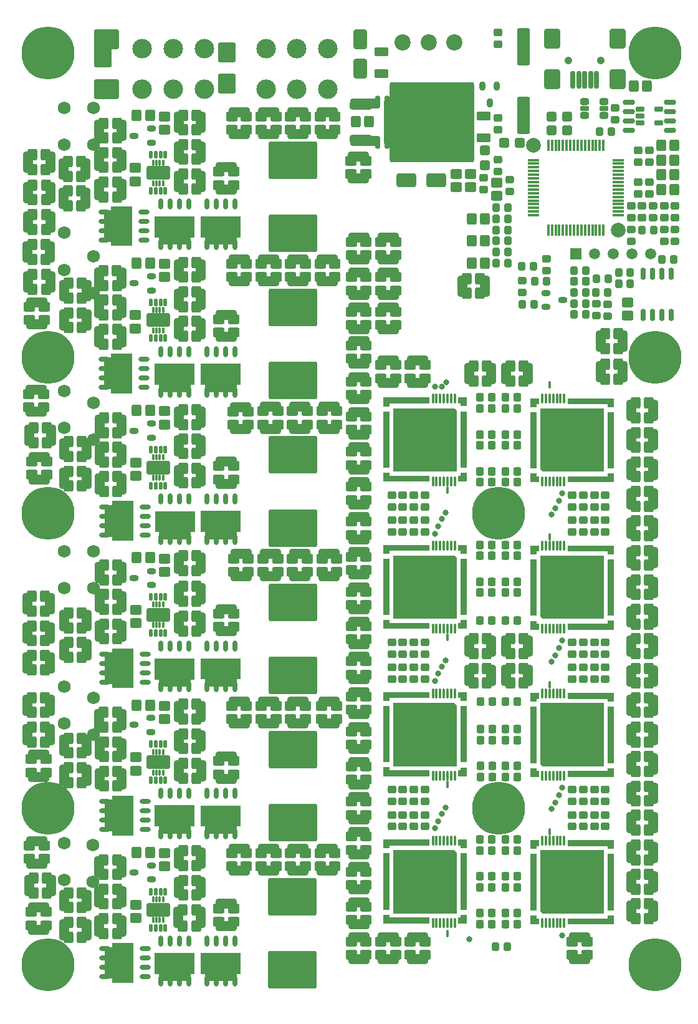
<source format=gts>
%FSLAX44Y44*%
%MOMM*%
G71*
G01*
G75*
G04 Layer_Color=8388736*
%ADD10C,0.4000*%
%ADD11O,0.2500X1.3000*%
G04:AMPARAMS|DCode=12|XSize=1mm|YSize=0.9mm|CornerRadius=0.198mm|HoleSize=0mm|Usage=FLASHONLY|Rotation=270.000|XOffset=0mm|YOffset=0mm|HoleType=Round|Shape=RoundedRectangle|*
%AMROUNDEDRECTD12*
21,1,1.0000,0.5040,0,0,270.0*
21,1,0.6040,0.9000,0,0,270.0*
1,1,0.3960,-0.2520,-0.3020*
1,1,0.3960,-0.2520,0.3020*
1,1,0.3960,0.2520,0.3020*
1,1,0.3960,0.2520,-0.3020*
%
%ADD12ROUNDEDRECTD12*%
%ADD13C,0.6000*%
%ADD14O,0.2500X1.0000*%
G04:AMPARAMS|DCode=15|XSize=1mm|YSize=0.9mm|CornerRadius=0.198mm|HoleSize=0mm|Usage=FLASHONLY|Rotation=180.000|XOffset=0mm|YOffset=0mm|HoleType=Round|Shape=RoundedRectangle|*
%AMROUNDEDRECTD15*
21,1,1.0000,0.5040,0,0,180.0*
21,1,0.6040,0.9000,0,0,180.0*
1,1,0.3960,-0.3020,0.2520*
1,1,0.3960,0.3020,0.2520*
1,1,0.3960,0.3020,-0.2520*
1,1,0.3960,-0.3020,-0.2520*
%
%ADD15ROUNDEDRECTD15*%
G04:AMPARAMS|DCode=16|XSize=1.75mm|YSize=1.05mm|CornerRadius=0.1995mm|HoleSize=0mm|Usage=FLASHONLY|Rotation=180.000|XOffset=0mm|YOffset=0mm|HoleType=Round|Shape=RoundedRectangle|*
%AMROUNDEDRECTD16*
21,1,1.7500,0.6510,0,0,180.0*
21,1,1.3510,1.0500,0,0,180.0*
1,1,0.3990,-0.6755,0.3255*
1,1,0.3990,0.6755,0.3255*
1,1,0.3990,0.6755,-0.3255*
1,1,0.3990,-0.6755,-0.3255*
%
%ADD16ROUNDEDRECTD16*%
G04:AMPARAMS|DCode=17|XSize=2.7mm|YSize=1.15mm|CornerRadius=0.2013mm|HoleSize=0mm|Usage=FLASHONLY|Rotation=180.000|XOffset=0mm|YOffset=0mm|HoleType=Round|Shape=RoundedRectangle|*
%AMROUNDEDRECTD17*
21,1,2.7000,0.7475,0,0,180.0*
21,1,2.2975,1.1500,0,0,180.0*
1,1,0.4025,-1.1487,0.3738*
1,1,0.4025,1.1487,0.3738*
1,1,0.4025,1.1487,-0.3738*
1,1,0.4025,-1.1487,-0.3738*
%
%ADD17ROUNDEDRECTD17*%
G04:AMPARAMS|DCode=18|XSize=1.45mm|YSize=1.15mm|CornerRadius=0.2013mm|HoleSize=0mm|Usage=FLASHONLY|Rotation=270.000|XOffset=0mm|YOffset=0mm|HoleType=Round|Shape=RoundedRectangle|*
%AMROUNDEDRECTD18*
21,1,1.4500,0.7475,0,0,270.0*
21,1,1.0475,1.1500,0,0,270.0*
1,1,0.4025,-0.3738,-0.5238*
1,1,0.4025,-0.3738,0.5238*
1,1,0.4025,0.3738,0.5238*
1,1,0.4025,0.3738,-0.5238*
%
%ADD18ROUNDEDRECTD18*%
G04:AMPARAMS|DCode=19|XSize=1mm|YSize=0.95mm|CornerRadius=0.1995mm|HoleSize=0mm|Usage=FLASHONLY|Rotation=180.000|XOffset=0mm|YOffset=0mm|HoleType=Round|Shape=RoundedRectangle|*
%AMROUNDEDRECTD19*
21,1,1.0000,0.5510,0,0,180.0*
21,1,0.6010,0.9500,0,0,180.0*
1,1,0.3990,-0.3005,0.2755*
1,1,0.3990,0.3005,0.2755*
1,1,0.3990,0.3005,-0.2755*
1,1,0.3990,-0.3005,-0.2755*
%
%ADD19ROUNDEDRECTD19*%
G04:AMPARAMS|DCode=20|XSize=1mm|YSize=0.95mm|CornerRadius=0.1995mm|HoleSize=0mm|Usage=FLASHONLY|Rotation=90.000|XOffset=0mm|YOffset=0mm|HoleType=Round|Shape=RoundedRectangle|*
%AMROUNDEDRECTD20*
21,1,1.0000,0.5510,0,0,90.0*
21,1,0.6010,0.9500,0,0,90.0*
1,1,0.3990,0.2755,0.3005*
1,1,0.3990,0.2755,-0.3005*
1,1,0.3990,-0.2755,-0.3005*
1,1,0.3990,-0.2755,0.3005*
%
%ADD20ROUNDEDRECTD20*%
G04:AMPARAMS|DCode=21|XSize=2.7mm|YSize=1.15mm|CornerRadius=0.2013mm|HoleSize=0mm|Usage=FLASHONLY|Rotation=90.000|XOffset=0mm|YOffset=0mm|HoleType=Round|Shape=RoundedRectangle|*
%AMROUNDEDRECTD21*
21,1,2.7000,0.7475,0,0,90.0*
21,1,2.2975,1.1500,0,0,90.0*
1,1,0.4025,0.3738,1.1487*
1,1,0.4025,0.3738,-1.1487*
1,1,0.4025,-0.3738,-1.1487*
1,1,0.4025,-0.3738,1.1487*
%
%ADD21ROUNDEDRECTD21*%
G04:AMPARAMS|DCode=22|XSize=1.45mm|YSize=1.15mm|CornerRadius=0.2013mm|HoleSize=0mm|Usage=FLASHONLY|Rotation=0.000|XOffset=0mm|YOffset=0mm|HoleType=Round|Shape=RoundedRectangle|*
%AMROUNDEDRECTD22*
21,1,1.4500,0.7475,0,0,0.0*
21,1,1.0475,1.1500,0,0,0.0*
1,1,0.4025,0.5238,-0.3738*
1,1,0.4025,-0.5238,-0.3738*
1,1,0.4025,-0.5238,0.3738*
1,1,0.4025,0.5238,0.3738*
%
%ADD22ROUNDEDRECTD22*%
G04:AMPARAMS|DCode=23|XSize=3.95mm|YSize=1.2mm|CornerRadius=0.198mm|HoleSize=0mm|Usage=FLASHONLY|Rotation=0.000|XOffset=0mm|YOffset=0mm|HoleType=Round|Shape=RoundedRectangle|*
%AMROUNDEDRECTD23*
21,1,3.9500,0.8040,0,0,0.0*
21,1,3.5540,1.2000,0,0,0.0*
1,1,0.3960,1.7770,-0.4020*
1,1,0.3960,-1.7770,-0.4020*
1,1,0.3960,-1.7770,0.4020*
1,1,0.3960,1.7770,0.4020*
%
%ADD23ROUNDEDRECTD23*%
G04:AMPARAMS|DCode=24|XSize=11.3mm|YSize=10.75mm|CornerRadius=0.215mm|HoleSize=0mm|Usage=FLASHONLY|Rotation=0.000|XOffset=0mm|YOffset=0mm|HoleType=Round|Shape=RoundedRectangle|*
%AMROUNDEDRECTD24*
21,1,11.3000,10.3200,0,0,0.0*
21,1,10.8700,10.7500,0,0,0.0*
1,1,0.4300,5.4350,-5.1600*
1,1,0.4300,-5.4350,-5.1600*
1,1,0.4300,-5.4350,5.1600*
1,1,0.4300,5.4350,5.1600*
%
%ADD24ROUNDEDRECTD24*%
G04:AMPARAMS|DCode=25|XSize=2.5mm|YSize=1.7mm|CornerRadius=0.204mm|HoleSize=0mm|Usage=FLASHONLY|Rotation=180.000|XOffset=0mm|YOffset=0mm|HoleType=Round|Shape=RoundedRectangle|*
%AMROUNDEDRECTD25*
21,1,2.5000,1.2920,0,0,180.0*
21,1,2.0920,1.7000,0,0,180.0*
1,1,0.4080,-1.0460,0.6460*
1,1,0.4080,1.0460,0.6460*
1,1,0.4080,1.0460,-0.6460*
1,1,0.4080,-1.0460,-0.6460*
%
%ADD25ROUNDEDRECTD25*%
G04:AMPARAMS|DCode=26|XSize=2.5mm|YSize=1.7mm|CornerRadius=0.204mm|HoleSize=0mm|Usage=FLASHONLY|Rotation=90.000|XOffset=0mm|YOffset=0mm|HoleType=Round|Shape=RoundedRectangle|*
%AMROUNDEDRECTD26*
21,1,2.5000,1.2920,0,0,90.0*
21,1,2.0920,1.7000,0,0,90.0*
1,1,0.4080,0.6460,1.0460*
1,1,0.4080,0.6460,-1.0460*
1,1,0.4080,-0.6460,-1.0460*
1,1,0.4080,-0.6460,1.0460*
%
%ADD26ROUNDEDRECTD26*%
G04:AMPARAMS|DCode=27|XSize=3.3mm|YSize=2.5mm|CornerRadius=0.2mm|HoleSize=0mm|Usage=FLASHONLY|Rotation=0.000|XOffset=0mm|YOffset=0mm|HoleType=Round|Shape=RoundedRectangle|*
%AMROUNDEDRECTD27*
21,1,3.3000,2.1000,0,0,0.0*
21,1,2.9000,2.5000,0,0,0.0*
1,1,0.4000,1.4500,-1.0500*
1,1,0.4000,-1.4500,-1.0500*
1,1,0.4000,-1.4500,1.0500*
1,1,0.4000,1.4500,1.0500*
%
%ADD27ROUNDEDRECTD27*%
G04:AMPARAMS|DCode=28|XSize=2.5mm|YSize=2.3mm|CornerRadius=0.1955mm|HoleSize=0mm|Usage=FLASHONLY|Rotation=270.000|XOffset=0mm|YOffset=0mm|HoleType=Round|Shape=RoundedRectangle|*
%AMROUNDEDRECTD28*
21,1,2.5000,1.9090,0,0,270.0*
21,1,2.1090,2.3000,0,0,270.0*
1,1,0.3910,-0.9545,-1.0545*
1,1,0.3910,-0.9545,1.0545*
1,1,0.3910,0.9545,1.0545*
1,1,0.3910,0.9545,-1.0545*
%
%ADD28ROUNDEDRECTD28*%
G04:AMPARAMS|DCode=29|XSize=3mm|YSize=1.65mm|CornerRadius=0.1073mm|HoleSize=0mm|Usage=FLASHONLY|Rotation=180.000|XOffset=0mm|YOffset=0mm|HoleType=Round|Shape=RoundedRectangle|*
%AMROUNDEDRECTD29*
21,1,3.0000,1.4355,0,0,180.0*
21,1,2.7855,1.6500,0,0,180.0*
1,1,0.2145,-1.3927,0.7178*
1,1,0.2145,1.3927,0.7178*
1,1,0.2145,1.3927,-0.7178*
1,1,0.2145,-1.3927,-0.7178*
%
%ADD29ROUNDEDRECTD29*%
G04:AMPARAMS|DCode=30|XSize=1mm|YSize=0.45mm|CornerRadius=0.1125mm|HoleSize=0mm|Usage=FLASHONLY|Rotation=90.000|XOffset=0mm|YOffset=0mm|HoleType=Round|Shape=RoundedRectangle|*
%AMROUNDEDRECTD30*
21,1,1.0000,0.2250,0,0,90.0*
21,1,0.7750,0.4500,0,0,90.0*
1,1,0.2250,0.1125,0.3875*
1,1,0.2250,0.1125,-0.3875*
1,1,0.2250,-0.1125,-0.3875*
1,1,0.2250,-0.1125,0.3875*
%
%ADD30ROUNDEDRECTD30*%
G04:AMPARAMS|DCode=31|XSize=0.7mm|YSize=0.25mm|CornerRadius=0.0838mm|HoleSize=0mm|Usage=FLASHONLY|Rotation=90.000|XOffset=0mm|YOffset=0mm|HoleType=Round|Shape=RoundedRectangle|*
%AMROUNDEDRECTD31*
21,1,0.7000,0.0825,0,0,90.0*
21,1,0.5325,0.2500,0,0,90.0*
1,1,0.1675,0.0413,0.2662*
1,1,0.1675,0.0413,-0.2662*
1,1,0.1675,-0.0413,-0.2662*
1,1,0.1675,-0.0413,0.2662*
%
%ADD31ROUNDEDRECTD31*%
G04:AMPARAMS|DCode=32|XSize=1.35mm|YSize=1.65mm|CornerRadius=0.27mm|HoleSize=0mm|Usage=FLASHONLY|Rotation=180.000|XOffset=0mm|YOffset=0mm|HoleType=Round|Shape=RoundedRectangle|*
%AMROUNDEDRECTD32*
21,1,1.3500,1.1100,0,0,180.0*
21,1,0.8100,1.6500,0,0,180.0*
1,1,0.5400,-0.4050,0.5550*
1,1,0.5400,0.4050,0.5550*
1,1,0.5400,0.4050,-0.5550*
1,1,0.5400,-0.4050,-0.5550*
%
%ADD32ROUNDEDRECTD32*%
G04:AMPARAMS|DCode=33|XSize=1.05mm|YSize=0.65mm|CornerRadius=0.2015mm|HoleSize=0mm|Usage=FLASHONLY|Rotation=180.000|XOffset=0mm|YOffset=0mm|HoleType=Round|Shape=RoundedRectangle|*
%AMROUNDEDRECTD33*
21,1,1.0500,0.2470,0,0,180.0*
21,1,0.6470,0.6500,0,0,180.0*
1,1,0.4030,-0.3235,0.1235*
1,1,0.4030,0.3235,0.1235*
1,1,0.4030,0.3235,-0.1235*
1,1,0.4030,-0.3235,-0.1235*
%
%ADD33ROUNDEDRECTD33*%
%ADD34O,1.3500X0.5000*%
G04:AMPARAMS|DCode=35|XSize=6.5mm|YSize=5mm|CornerRadius=0.25mm|HoleSize=0mm|Usage=FLASHONLY|Rotation=180.000|XOffset=0mm|YOffset=0mm|HoleType=Round|Shape=RoundedRectangle|*
%AMROUNDEDRECTD35*
21,1,6.5000,4.5000,0,0,180.0*
21,1,6.0000,5.0000,0,0,180.0*
1,1,0.5000,-3.0000,2.2500*
1,1,0.5000,3.0000,2.2500*
1,1,0.5000,3.0000,-2.2500*
1,1,0.5000,-3.0000,-2.2500*
%
%ADD35ROUNDEDRECTD35*%
%ADD36O,0.5000X1.3500*%
G04:AMPARAMS|DCode=37|XSize=2.85mm|YSize=1mm|CornerRadius=0.2mm|HoleSize=0mm|Usage=FLASHONLY|Rotation=0.000|XOffset=0mm|YOffset=0mm|HoleType=Round|Shape=RoundedRectangle|*
%AMROUNDEDRECTD37*
21,1,2.8500,0.6000,0,0,0.0*
21,1,2.4500,1.0000,0,0,0.0*
1,1,0.4000,1.2250,-0.3000*
1,1,0.4000,-1.2250,-0.3000*
1,1,0.4000,-1.2250,0.3000*
1,1,0.4000,1.2250,0.3000*
%
%ADD37ROUNDEDRECTD37*%
G04:AMPARAMS|DCode=38|XSize=6.45mm|YSize=6mm|CornerRadius=0.21mm|HoleSize=0mm|Usage=FLASHONLY|Rotation=0.000|XOffset=0mm|YOffset=0mm|HoleType=Round|Shape=RoundedRectangle|*
%AMROUNDEDRECTD38*
21,1,6.4500,5.5800,0,0,0.0*
21,1,6.0300,6.0000,0,0,0.0*
1,1,0.4200,3.0150,-2.7900*
1,1,0.4200,-3.0150,-2.7900*
1,1,0.4200,-3.0150,2.7900*
1,1,0.4200,3.0150,2.7900*
%
%ADD38ROUNDEDRECTD38*%
G04:AMPARAMS|DCode=39|XSize=1.2mm|YSize=1.2mm|CornerRadius=0.198mm|HoleSize=0mm|Usage=FLASHONLY|Rotation=0.000|XOffset=0mm|YOffset=0mm|HoleType=Round|Shape=RoundedRectangle|*
%AMROUNDEDRECTD39*
21,1,1.2000,0.8040,0,0,0.0*
21,1,0.8040,1.2000,0,0,0.0*
1,1,0.3960,0.4020,-0.4020*
1,1,0.3960,-0.4020,-0.4020*
1,1,0.3960,-0.4020,0.4020*
1,1,0.3960,0.4020,0.4020*
%
%ADD39ROUNDEDRECTD39*%
G04:AMPARAMS|DCode=40|XSize=1.2mm|YSize=1.2mm|CornerRadius=0.198mm|HoleSize=0mm|Usage=FLASHONLY|Rotation=90.000|XOffset=0mm|YOffset=0mm|HoleType=Round|Shape=RoundedRectangle|*
%AMROUNDEDRECTD40*
21,1,1.2000,0.8040,0,0,90.0*
21,1,0.8040,1.2000,0,0,90.0*
1,1,0.3960,0.4020,0.4020*
1,1,0.3960,0.4020,-0.4020*
1,1,0.3960,-0.4020,-0.4020*
1,1,0.3960,-0.4020,0.4020*
%
%ADD40ROUNDEDRECTD40*%
G04:AMPARAMS|DCode=41|XSize=2.3mm|YSize=0.5mm|CornerRadius=0.2mm|HoleSize=0mm|Usage=FLASHONLY|Rotation=270.000|XOffset=0mm|YOffset=0mm|HoleType=Round|Shape=RoundedRectangle|*
%AMROUNDEDRECTD41*
21,1,2.3000,0.1000,0,0,270.0*
21,1,1.9000,0.5000,0,0,270.0*
1,1,0.4000,-0.0500,-0.9500*
1,1,0.4000,-0.0500,0.9500*
1,1,0.4000,0.0500,0.9500*
1,1,0.4000,0.0500,-0.9500*
%
%ADD41ROUNDEDRECTD41*%
G04:AMPARAMS|DCode=42|XSize=2.5mm|YSize=2mm|CornerRadius=0.2mm|HoleSize=0mm|Usage=FLASHONLY|Rotation=270.000|XOffset=0mm|YOffset=0mm|HoleType=Round|Shape=RoundedRectangle|*
%AMROUNDEDRECTD42*
21,1,2.5000,1.6000,0,0,270.0*
21,1,2.1000,2.0000,0,0,270.0*
1,1,0.4000,-0.8000,-1.0500*
1,1,0.4000,-0.8000,1.0500*
1,1,0.4000,0.8000,1.0500*
1,1,0.4000,0.8000,-1.0500*
%
%ADD42ROUNDEDRECTD42*%
G04:AMPARAMS|DCode=43|XSize=1.1mm|YSize=0.6mm|CornerRadius=0.201mm|HoleSize=0mm|Usage=FLASHONLY|Rotation=0.000|XOffset=0mm|YOffset=0mm|HoleType=Round|Shape=RoundedRectangle|*
%AMROUNDEDRECTD43*
21,1,1.1000,0.1980,0,0,0.0*
21,1,0.6980,0.6000,0,0,0.0*
1,1,0.4020,0.3490,-0.0990*
1,1,0.4020,-0.3490,-0.0990*
1,1,0.4020,-0.3490,0.0990*
1,1,0.4020,0.3490,0.0990*
%
%ADD43ROUNDEDRECTD43*%
%ADD44C,1.0000*%
%ADD45O,1.5000X0.3000*%
%ADD46O,0.3000X1.5000*%
G04:AMPARAMS|DCode=47|XSize=4.9mm|YSize=1.6mm|CornerRadius=0.2mm|HoleSize=0mm|Usage=FLASHONLY|Rotation=270.000|XOffset=0mm|YOffset=0mm|HoleType=Round|Shape=RoundedRectangle|*
%AMROUNDEDRECTD47*
21,1,4.9000,1.2000,0,0,270.0*
21,1,4.5000,1.6000,0,0,270.0*
1,1,0.4000,-0.6000,-2.2500*
1,1,0.4000,-0.6000,2.2500*
1,1,0.4000,0.6000,2.2500*
1,1,0.4000,0.6000,-2.2500*
%
%ADD47ROUNDEDRECTD47*%
%ADD48R,1.3000X1.3000*%
%ADD49C,1.3000*%
G04:AMPARAMS|DCode=50|XSize=1.05mm|YSize=0.65mm|CornerRadius=0.2015mm|HoleSize=0mm|Usage=FLASHONLY|Rotation=270.000|XOffset=0mm|YOffset=0mm|HoleType=Round|Shape=RoundedRectangle|*
%AMROUNDEDRECTD50*
21,1,1.0500,0.2470,0,0,270.0*
21,1,0.6470,0.6500,0,0,270.0*
1,1,0.4030,-0.1235,-0.3235*
1,1,0.4030,-0.1235,0.3235*
1,1,0.4030,0.1235,0.3235*
1,1,0.4030,0.1235,-0.3235*
%
%ADD50ROUNDEDRECTD50*%
%ADD51O,0.6000X1.5500*%
G04:AMPARAMS|DCode=52|XSize=1.75mm|YSize=1.05mm|CornerRadius=0.1995mm|HoleSize=0mm|Usage=FLASHONLY|Rotation=90.000|XOffset=0mm|YOffset=0mm|HoleType=Round|Shape=RoundedRectangle|*
%AMROUNDEDRECTD52*
21,1,1.7500,0.6510,0,0,90.0*
21,1,1.3510,1.0500,0,0,90.0*
1,1,0.3990,0.3255,0.6755*
1,1,0.3990,0.3255,-0.6755*
1,1,0.3990,-0.3255,-0.6755*
1,1,0.3990,-0.3255,0.6755*
%
%ADD52ROUNDEDRECTD52*%
%ADD53O,1.5500X0.6000*%
%ADD54O,0.2000X1.0000*%
%ADD55C,0.5000*%
G04:AMPARAMS|DCode=56|XSize=1.1mm|YSize=0.8mm|CornerRadius=0.268mm|HoleSize=0mm|Usage=FLASHONLY|Rotation=0.000|XOffset=0mm|YOffset=0mm|HoleType=Round|Shape=RoundedRectangle|*
%AMROUNDEDRECTD56*
21,1,1.1000,0.2640,0,0,0.0*
21,1,0.5640,0.8000,0,0,0.0*
1,1,0.5360,0.2820,-0.1320*
1,1,0.5360,-0.2820,-0.1320*
1,1,0.5360,-0.2820,0.1320*
1,1,0.5360,0.2820,0.1320*
%
%ADD56ROUNDEDRECTD56*%
%ADD57C,2.0000*%
%ADD58C,0.6000*%
%ADD59C,0.5000*%
%ADD60C,0.2500*%
%ADD61C,0.4500*%
%ADD62C,0.4000*%
%ADD63C,0.3500*%
%ADD64C,0.3000*%
%ADD65C,0.2540*%
%ADD66C,0.2000*%
%ADD67C,1.6000*%
%ADD68C,2.5000*%
%ADD69C,7.0000*%
%ADD70C,2.0000*%
%ADD71C,1.6000*%
%ADD72C,4.5000*%
%ADD73C,0.0500*%
%ADD74C,0.1500*%
%ADD75C,0.1524*%
%ADD76C,0.0000*%
%ADD77O,0.3500X1.4000*%
G04:AMPARAMS|DCode=78|XSize=1.15mm|YSize=1.05mm|CornerRadius=0.273mm|HoleSize=0mm|Usage=FLASHONLY|Rotation=270.000|XOffset=0mm|YOffset=0mm|HoleType=Round|Shape=RoundedRectangle|*
%AMROUNDEDRECTD78*
21,1,1.1500,0.5040,0,0,270.0*
21,1,0.6040,1.0500,0,0,270.0*
1,1,0.5460,-0.2520,-0.3020*
1,1,0.5460,-0.2520,0.3020*
1,1,0.5460,0.2520,0.3020*
1,1,0.5460,0.2520,-0.3020*
%
%ADD78ROUNDEDRECTD78*%
%ADD79C,0.8000*%
%ADD80O,0.3500X1.1000*%
G04:AMPARAMS|DCode=81|XSize=1.15mm|YSize=1.05mm|CornerRadius=0.273mm|HoleSize=0mm|Usage=FLASHONLY|Rotation=180.000|XOffset=0mm|YOffset=0mm|HoleType=Round|Shape=RoundedRectangle|*
%AMROUNDEDRECTD81*
21,1,1.1500,0.5040,0,0,180.0*
21,1,0.6040,1.0500,0,0,180.0*
1,1,0.5460,-0.3020,0.2520*
1,1,0.5460,0.3020,0.2520*
1,1,0.5460,0.3020,-0.2520*
1,1,0.5460,-0.3020,-0.2520*
%
%ADD81ROUNDEDRECTD81*%
G04:AMPARAMS|DCode=82|XSize=1.9mm|YSize=1.2mm|CornerRadius=0.2745mm|HoleSize=0mm|Usage=FLASHONLY|Rotation=180.000|XOffset=0mm|YOffset=0mm|HoleType=Round|Shape=RoundedRectangle|*
%AMROUNDEDRECTD82*
21,1,1.9000,0.6510,0,0,180.0*
21,1,1.3510,1.2000,0,0,180.0*
1,1,0.5490,-0.6755,0.3255*
1,1,0.5490,0.6755,0.3255*
1,1,0.5490,0.6755,-0.3255*
1,1,0.5490,-0.6755,-0.3255*
%
%ADD82ROUNDEDRECTD82*%
G04:AMPARAMS|DCode=83|XSize=2.85mm|YSize=1.3mm|CornerRadius=0.2763mm|HoleSize=0mm|Usage=FLASHONLY|Rotation=180.000|XOffset=0mm|YOffset=0mm|HoleType=Round|Shape=RoundedRectangle|*
%AMROUNDEDRECTD83*
21,1,2.8500,0.7475,0,0,180.0*
21,1,2.2975,1.3000,0,0,180.0*
1,1,0.5525,-1.1487,0.3738*
1,1,0.5525,1.1487,0.3738*
1,1,0.5525,1.1487,-0.3738*
1,1,0.5525,-1.1487,-0.3738*
%
%ADD83ROUNDEDRECTD83*%
G04:AMPARAMS|DCode=84|XSize=1.6mm|YSize=1.3mm|CornerRadius=0.2763mm|HoleSize=0mm|Usage=FLASHONLY|Rotation=270.000|XOffset=0mm|YOffset=0mm|HoleType=Round|Shape=RoundedRectangle|*
%AMROUNDEDRECTD84*
21,1,1.6000,0.7475,0,0,270.0*
21,1,1.0475,1.3000,0,0,270.0*
1,1,0.5525,-0.3738,-0.5238*
1,1,0.5525,-0.3738,0.5238*
1,1,0.5525,0.3738,0.5238*
1,1,0.5525,0.3738,-0.5238*
%
%ADD84ROUNDEDRECTD84*%
G04:AMPARAMS|DCode=85|XSize=1.15mm|YSize=1.1mm|CornerRadius=0.2745mm|HoleSize=0mm|Usage=FLASHONLY|Rotation=180.000|XOffset=0mm|YOffset=0mm|HoleType=Round|Shape=RoundedRectangle|*
%AMROUNDEDRECTD85*
21,1,1.1500,0.5510,0,0,180.0*
21,1,0.6010,1.1000,0,0,180.0*
1,1,0.5490,-0.3005,0.2755*
1,1,0.5490,0.3005,0.2755*
1,1,0.5490,0.3005,-0.2755*
1,1,0.5490,-0.3005,-0.2755*
%
%ADD85ROUNDEDRECTD85*%
G04:AMPARAMS|DCode=86|XSize=1.15mm|YSize=1.1mm|CornerRadius=0.2745mm|HoleSize=0mm|Usage=FLASHONLY|Rotation=90.000|XOffset=0mm|YOffset=0mm|HoleType=Round|Shape=RoundedRectangle|*
%AMROUNDEDRECTD86*
21,1,1.1500,0.5510,0,0,90.0*
21,1,0.6010,1.1000,0,0,90.0*
1,1,0.5490,0.2755,0.3005*
1,1,0.5490,0.2755,-0.3005*
1,1,0.5490,-0.2755,-0.3005*
1,1,0.5490,-0.2755,0.3005*
%
%ADD86ROUNDEDRECTD86*%
G04:AMPARAMS|DCode=87|XSize=2.85mm|YSize=1.3mm|CornerRadius=0.2763mm|HoleSize=0mm|Usage=FLASHONLY|Rotation=90.000|XOffset=0mm|YOffset=0mm|HoleType=Round|Shape=RoundedRectangle|*
%AMROUNDEDRECTD87*
21,1,2.8500,0.7475,0,0,90.0*
21,1,2.2975,1.3000,0,0,90.0*
1,1,0.5525,0.3738,1.1487*
1,1,0.5525,0.3738,-1.1487*
1,1,0.5525,-0.3738,-1.1487*
1,1,0.5525,-0.3738,1.1487*
%
%ADD87ROUNDEDRECTD87*%
G04:AMPARAMS|DCode=88|XSize=1.6mm|YSize=1.3mm|CornerRadius=0.2763mm|HoleSize=0mm|Usage=FLASHONLY|Rotation=0.000|XOffset=0mm|YOffset=0mm|HoleType=Round|Shape=RoundedRectangle|*
%AMROUNDEDRECTD88*
21,1,1.6000,0.7475,0,0,0.0*
21,1,1.0475,1.3000,0,0,0.0*
1,1,0.5525,0.5238,-0.3738*
1,1,0.5525,-0.5238,-0.3738*
1,1,0.5525,-0.5238,0.3738*
1,1,0.5525,0.5238,0.3738*
%
%ADD88ROUNDEDRECTD88*%
G04:AMPARAMS|DCode=89|XSize=4.1mm|YSize=1.35mm|CornerRadius=0.273mm|HoleSize=0mm|Usage=FLASHONLY|Rotation=0.000|XOffset=0mm|YOffset=0mm|HoleType=Round|Shape=RoundedRectangle|*
%AMROUNDEDRECTD89*
21,1,4.1000,0.8040,0,0,0.0*
21,1,3.5540,1.3500,0,0,0.0*
1,1,0.5460,1.7770,-0.4020*
1,1,0.5460,-1.7770,-0.4020*
1,1,0.5460,-1.7770,0.4020*
1,1,0.5460,1.7770,0.4020*
%
%ADD89ROUNDEDRECTD89*%
G04:AMPARAMS|DCode=90|XSize=11.45mm|YSize=10.9mm|CornerRadius=0.29mm|HoleSize=0mm|Usage=FLASHONLY|Rotation=0.000|XOffset=0mm|YOffset=0mm|HoleType=Round|Shape=RoundedRectangle|*
%AMROUNDEDRECTD90*
21,1,11.4500,10.3200,0,0,0.0*
21,1,10.8700,10.9000,0,0,0.0*
1,1,0.5800,5.4350,-5.1600*
1,1,0.5800,-5.4350,-5.1600*
1,1,0.5800,-5.4350,5.1600*
1,1,0.5800,5.4350,5.1600*
%
%ADD90ROUNDEDRECTD90*%
G04:AMPARAMS|DCode=91|XSize=2.65mm|YSize=1.85mm|CornerRadius=0.279mm|HoleSize=0mm|Usage=FLASHONLY|Rotation=180.000|XOffset=0mm|YOffset=0mm|HoleType=Round|Shape=RoundedRectangle|*
%AMROUNDEDRECTD91*
21,1,2.6500,1.2920,0,0,180.0*
21,1,2.0920,1.8500,0,0,180.0*
1,1,0.5580,-1.0460,0.6460*
1,1,0.5580,1.0460,0.6460*
1,1,0.5580,1.0460,-0.6460*
1,1,0.5580,-1.0460,-0.6460*
%
%ADD91ROUNDEDRECTD91*%
G04:AMPARAMS|DCode=92|XSize=2.65mm|YSize=1.85mm|CornerRadius=0.279mm|HoleSize=0mm|Usage=FLASHONLY|Rotation=90.000|XOffset=0mm|YOffset=0mm|HoleType=Round|Shape=RoundedRectangle|*
%AMROUNDEDRECTD92*
21,1,2.6500,1.2920,0,0,90.0*
21,1,2.0920,1.8500,0,0,90.0*
1,1,0.5580,0.6460,1.0460*
1,1,0.5580,0.6460,-1.0460*
1,1,0.5580,-0.6460,-1.0460*
1,1,0.5580,-0.6460,1.0460*
%
%ADD92ROUNDEDRECTD92*%
G04:AMPARAMS|DCode=93|XSize=3.45mm|YSize=2.65mm|CornerRadius=0.275mm|HoleSize=0mm|Usage=FLASHONLY|Rotation=0.000|XOffset=0mm|YOffset=0mm|HoleType=Round|Shape=RoundedRectangle|*
%AMROUNDEDRECTD93*
21,1,3.4500,2.1000,0,0,0.0*
21,1,2.9000,2.6500,0,0,0.0*
1,1,0.5500,1.4500,-1.0500*
1,1,0.5500,-1.4500,-1.0500*
1,1,0.5500,-1.4500,1.0500*
1,1,0.5500,1.4500,1.0500*
%
%ADD93ROUNDEDRECTD93*%
G04:AMPARAMS|DCode=94|XSize=2.65mm|YSize=2.45mm|CornerRadius=0.2705mm|HoleSize=0mm|Usage=FLASHONLY|Rotation=270.000|XOffset=0mm|YOffset=0mm|HoleType=Round|Shape=RoundedRectangle|*
%AMROUNDEDRECTD94*
21,1,2.6500,1.9090,0,0,270.0*
21,1,2.1090,2.4500,0,0,270.0*
1,1,0.5410,-0.9545,-1.0545*
1,1,0.5410,-0.9545,1.0545*
1,1,0.5410,0.9545,1.0545*
1,1,0.5410,0.9545,-1.0545*
%
%ADD94ROUNDEDRECTD94*%
G04:AMPARAMS|DCode=95|XSize=3.15mm|YSize=1.8mm|CornerRadius=0.1823mm|HoleSize=0mm|Usage=FLASHONLY|Rotation=180.000|XOffset=0mm|YOffset=0mm|HoleType=Round|Shape=RoundedRectangle|*
%AMROUNDEDRECTD95*
21,1,3.1500,1.4355,0,0,180.0*
21,1,2.7855,1.8000,0,0,180.0*
1,1,0.3645,-1.3927,0.7178*
1,1,0.3645,1.3927,0.7178*
1,1,0.3645,1.3927,-0.7178*
1,1,0.3645,-1.3927,-0.7178*
%
%ADD95ROUNDEDRECTD95*%
G04:AMPARAMS|DCode=96|XSize=1.1mm|YSize=0.55mm|CornerRadius=0.1625mm|HoleSize=0mm|Usage=FLASHONLY|Rotation=90.000|XOffset=0mm|YOffset=0mm|HoleType=Round|Shape=RoundedRectangle|*
%AMROUNDEDRECTD96*
21,1,1.1000,0.2250,0,0,90.0*
21,1,0.7750,0.5500,0,0,90.0*
1,1,0.3250,0.1125,0.3875*
1,1,0.3250,0.1125,-0.3875*
1,1,0.3250,-0.1125,-0.3875*
1,1,0.3250,-0.1125,0.3875*
%
%ADD96ROUNDEDRECTD96*%
G04:AMPARAMS|DCode=97|XSize=0.8mm|YSize=0.35mm|CornerRadius=0.1338mm|HoleSize=0mm|Usage=FLASHONLY|Rotation=90.000|XOffset=0mm|YOffset=0mm|HoleType=Round|Shape=RoundedRectangle|*
%AMROUNDEDRECTD97*
21,1,0.8000,0.0825,0,0,90.0*
21,1,0.5325,0.3500,0,0,90.0*
1,1,0.2675,0.0413,0.2662*
1,1,0.2675,0.0413,-0.2662*
1,1,0.2675,-0.0413,-0.2662*
1,1,0.2675,-0.0413,0.2662*
%
%ADD97ROUNDEDRECTD97*%
G04:AMPARAMS|DCode=98|XSize=1.5mm|YSize=1.8mm|CornerRadius=0.345mm|HoleSize=0mm|Usage=FLASHONLY|Rotation=180.000|XOffset=0mm|YOffset=0mm|HoleType=Round|Shape=RoundedRectangle|*
%AMROUNDEDRECTD98*
21,1,1.5000,1.1100,0,0,180.0*
21,1,0.8100,1.8000,0,0,180.0*
1,1,0.6900,-0.4050,0.5550*
1,1,0.6900,0.4050,0.5550*
1,1,0.6900,0.4050,-0.5550*
1,1,0.6900,-0.4050,-0.5550*
%
%ADD98ROUNDEDRECTD98*%
G04:AMPARAMS|DCode=99|XSize=1.2mm|YSize=0.8mm|CornerRadius=0.2765mm|HoleSize=0mm|Usage=FLASHONLY|Rotation=180.000|XOffset=0mm|YOffset=0mm|HoleType=Round|Shape=RoundedRectangle|*
%AMROUNDEDRECTD99*
21,1,1.2000,0.2470,0,0,180.0*
21,1,0.6470,0.8000,0,0,180.0*
1,1,0.5530,-0.3235,0.1235*
1,1,0.5530,0.3235,0.1235*
1,1,0.5530,0.3235,-0.1235*
1,1,0.5530,-0.3235,-0.1235*
%
%ADD99ROUNDEDRECTD99*%
%ADD100O,1.5000X0.6500*%
G04:AMPARAMS|DCode=101|XSize=6.65mm|YSize=5.15mm|CornerRadius=0.325mm|HoleSize=0mm|Usage=FLASHONLY|Rotation=180.000|XOffset=0mm|YOffset=0mm|HoleType=Round|Shape=RoundedRectangle|*
%AMROUNDEDRECTD101*
21,1,6.6500,4.5000,0,0,180.0*
21,1,6.0000,5.1500,0,0,180.0*
1,1,0.6500,-3.0000,2.2500*
1,1,0.6500,3.0000,2.2500*
1,1,0.6500,3.0000,-2.2500*
1,1,0.6500,-3.0000,-2.2500*
%
%ADD101ROUNDEDRECTD101*%
%ADD102O,0.6500X1.5000*%
G04:AMPARAMS|DCode=103|XSize=3mm|YSize=1.15mm|CornerRadius=0.275mm|HoleSize=0mm|Usage=FLASHONLY|Rotation=0.000|XOffset=0mm|YOffset=0mm|HoleType=Round|Shape=RoundedRectangle|*
%AMROUNDEDRECTD103*
21,1,3.0000,0.6000,0,0,0.0*
21,1,2.4500,1.1500,0,0,0.0*
1,1,0.5500,1.2250,-0.3000*
1,1,0.5500,-1.2250,-0.3000*
1,1,0.5500,-1.2250,0.3000*
1,1,0.5500,1.2250,0.3000*
%
%ADD103ROUNDEDRECTD103*%
G04:AMPARAMS|DCode=104|XSize=6.6mm|YSize=6.15mm|CornerRadius=0.285mm|HoleSize=0mm|Usage=FLASHONLY|Rotation=0.000|XOffset=0mm|YOffset=0mm|HoleType=Round|Shape=RoundedRectangle|*
%AMROUNDEDRECTD104*
21,1,6.6000,5.5800,0,0,0.0*
21,1,6.0300,6.1500,0,0,0.0*
1,1,0.5700,3.0150,-2.7900*
1,1,0.5700,-3.0150,-2.7900*
1,1,0.5700,-3.0150,2.7900*
1,1,0.5700,3.0150,2.7900*
%
%ADD104ROUNDEDRECTD104*%
G04:AMPARAMS|DCode=105|XSize=1.35mm|YSize=1.35mm|CornerRadius=0.273mm|HoleSize=0mm|Usage=FLASHONLY|Rotation=0.000|XOffset=0mm|YOffset=0mm|HoleType=Round|Shape=RoundedRectangle|*
%AMROUNDEDRECTD105*
21,1,1.3500,0.8040,0,0,0.0*
21,1,0.8040,1.3500,0,0,0.0*
1,1,0.5460,0.4020,-0.4020*
1,1,0.5460,-0.4020,-0.4020*
1,1,0.5460,-0.4020,0.4020*
1,1,0.5460,0.4020,0.4020*
%
%ADD105ROUNDEDRECTD105*%
G04:AMPARAMS|DCode=106|XSize=1.35mm|YSize=1.35mm|CornerRadius=0.273mm|HoleSize=0mm|Usage=FLASHONLY|Rotation=90.000|XOffset=0mm|YOffset=0mm|HoleType=Round|Shape=RoundedRectangle|*
%AMROUNDEDRECTD106*
21,1,1.3500,0.8040,0,0,90.0*
21,1,0.8040,1.3500,0,0,90.0*
1,1,0.5460,0.4020,0.4020*
1,1,0.5460,0.4020,-0.4020*
1,1,0.5460,-0.4020,-0.4020*
1,1,0.5460,-0.4020,0.4020*
%
%ADD106ROUNDEDRECTD106*%
G04:AMPARAMS|DCode=107|XSize=2.45mm|YSize=0.65mm|CornerRadius=0.275mm|HoleSize=0mm|Usage=FLASHONLY|Rotation=270.000|XOffset=0mm|YOffset=0mm|HoleType=Round|Shape=RoundedRectangle|*
%AMROUNDEDRECTD107*
21,1,2.4500,0.1000,0,0,270.0*
21,1,1.9000,0.6500,0,0,270.0*
1,1,0.5500,-0.0500,-0.9500*
1,1,0.5500,-0.0500,0.9500*
1,1,0.5500,0.0500,0.9500*
1,1,0.5500,0.0500,-0.9500*
%
%ADD107ROUNDEDRECTD107*%
G04:AMPARAMS|DCode=108|XSize=2.65mm|YSize=2.15mm|CornerRadius=0.275mm|HoleSize=0mm|Usage=FLASHONLY|Rotation=270.000|XOffset=0mm|YOffset=0mm|HoleType=Round|Shape=RoundedRectangle|*
%AMROUNDEDRECTD108*
21,1,2.6500,1.6000,0,0,270.0*
21,1,2.1000,2.1500,0,0,270.0*
1,1,0.5500,-0.8000,-1.0500*
1,1,0.5500,-0.8000,1.0500*
1,1,0.5500,0.8000,1.0500*
1,1,0.5500,0.8000,-1.0500*
%
%ADD108ROUNDEDRECTD108*%
G04:AMPARAMS|DCode=109|XSize=1.25mm|YSize=0.75mm|CornerRadius=0.276mm|HoleSize=0mm|Usage=FLASHONLY|Rotation=0.000|XOffset=0mm|YOffset=0mm|HoleType=Round|Shape=RoundedRectangle|*
%AMROUNDEDRECTD109*
21,1,1.2500,0.1980,0,0,0.0*
21,1,0.6980,0.7500,0,0,0.0*
1,1,0.5520,0.3490,-0.0990*
1,1,0.5520,-0.3490,-0.0990*
1,1,0.5520,-0.3490,0.0990*
1,1,0.5520,0.3490,0.0990*
%
%ADD109ROUNDEDRECTD109*%
%ADD110C,2.0000*%
%ADD111O,1.6000X0.4000*%
%ADD112O,0.4000X1.6000*%
G04:AMPARAMS|DCode=113|XSize=5.05mm|YSize=1.75mm|CornerRadius=0.275mm|HoleSize=0mm|Usage=FLASHONLY|Rotation=270.000|XOffset=0mm|YOffset=0mm|HoleType=Round|Shape=RoundedRectangle|*
%AMROUNDEDRECTD113*
21,1,5.0500,1.2000,0,0,270.0*
21,1,4.5000,1.7500,0,0,270.0*
1,1,0.5500,-0.6000,-2.2500*
1,1,0.5500,-0.6000,2.2500*
1,1,0.5500,0.6000,2.2500*
1,1,0.5500,0.6000,-2.2500*
%
%ADD113ROUNDEDRECTD113*%
%ADD114R,1.5000X1.5000*%
%ADD115C,1.5000*%
G04:AMPARAMS|DCode=116|XSize=1.2mm|YSize=0.8mm|CornerRadius=0.2765mm|HoleSize=0mm|Usage=FLASHONLY|Rotation=270.000|XOffset=0mm|YOffset=0mm|HoleType=Round|Shape=RoundedRectangle|*
%AMROUNDEDRECTD116*
21,1,1.2000,0.2470,0,0,270.0*
21,1,0.6470,0.8000,0,0,270.0*
1,1,0.5530,-0.1235,-0.3235*
1,1,0.5530,-0.1235,0.3235*
1,1,0.5530,0.1235,0.3235*
1,1,0.5530,0.1235,-0.3235*
%
%ADD116ROUNDEDRECTD116*%
%ADD117O,0.7500X1.7000*%
G04:AMPARAMS|DCode=118|XSize=1.9mm|YSize=1.2mm|CornerRadius=0.2745mm|HoleSize=0mm|Usage=FLASHONLY|Rotation=90.000|XOffset=0mm|YOffset=0mm|HoleType=Round|Shape=RoundedRectangle|*
%AMROUNDEDRECTD118*
21,1,1.9000,0.6510,0,0,90.0*
21,1,1.3510,1.2000,0,0,90.0*
1,1,0.5490,0.3255,0.6755*
1,1,0.5490,0.3255,-0.6755*
1,1,0.5490,-0.3255,-0.6755*
1,1,0.5490,-0.3255,0.6755*
%
%ADD118ROUNDEDRECTD118*%
%ADD119O,1.7000X0.7500*%
%ADD120O,0.3000X1.1000*%
G04:AMPARAMS|DCode=121|XSize=1.25mm|YSize=0.95mm|CornerRadius=0.343mm|HoleSize=0mm|Usage=FLASHONLY|Rotation=0.000|XOffset=0mm|YOffset=0mm|HoleType=Round|Shape=RoundedRectangle|*
%AMROUNDEDRECTD121*
21,1,1.2500,0.2640,0,0,0.0*
21,1,0.5640,0.9500,0,0,0.0*
1,1,0.6860,0.2820,-0.1320*
1,1,0.6860,-0.2820,-0.1320*
1,1,0.6860,-0.2820,0.1320*
1,1,0.6860,0.2820,0.1320*
%
%ADD121ROUNDEDRECTD121*%
%ADD122C,1.7500*%
%ADD123C,2.6500*%
%ADD124C,1.0500*%
%ADD125C,7.2000*%
%ADD126C,2.2000*%
G36*
X343000Y-143000D02*
X260000D01*
X257000Y-140000D01*
Y-57000D01*
X343000D01*
Y-143000D01*
D02*
G37*
G36*
X143000Y-60000D02*
Y-143000D01*
X57000D01*
Y-57000D01*
X140000D01*
X143000Y-60000D01*
D02*
G37*
G36*
X357000Y-138750D02*
X348000D01*
Y-62250D01*
X357000D01*
Y-138750D01*
D02*
G37*
G36*
X252000D02*
X243000D01*
Y-62250D01*
X252000D01*
Y-138750D01*
D02*
G37*
G36*
X157000Y-156500D02*
X145250D01*
Y-148500D01*
X148000D01*
Y-144750D01*
X157000D01*
Y-156500D01*
D02*
G37*
G36*
X252000Y-149500D02*
X254750D01*
Y-157500D01*
X243000D01*
Y-145750D01*
X252000D01*
Y-149500D01*
D02*
G37*
G36*
X-212950Y-224500D02*
X-218450D01*
Y-234500D01*
X-261450D01*
Y-224500D01*
X-266950D01*
Y-196000D01*
X-212950D01*
Y-224500D01*
D02*
G37*
G36*
X52000Y-148500D02*
X106250D01*
Y-156500D01*
X43000D01*
Y-144500D01*
X52000Y-144500D01*
Y-148500D01*
D02*
G37*
G36*
X357000Y-157500D02*
X293750D01*
Y-149500D01*
X348000D01*
Y-145500D01*
X357000D01*
Y-157500D01*
D02*
G37*
G36*
X-296498Y-37000D02*
X-324998D01*
Y-31500D01*
X-334998D01*
Y11500D01*
X-324998D01*
Y17000D01*
X-296498D01*
Y-37000D01*
D02*
G37*
G36*
X157000Y-54250D02*
X148000D01*
Y-50500D01*
X145250D01*
Y-42500D01*
X157000D01*
Y-54250D01*
D02*
G37*
G36*
X-150500Y-25000D02*
X-156000D01*
Y-35000D01*
X-199000D01*
Y-25000D01*
X-204500D01*
Y3500D01*
X-150500D01*
Y-25000D01*
D02*
G37*
G36*
X-212950Y-25250D02*
X-218450D01*
Y-35250D01*
X-261450D01*
Y-25250D01*
X-266950D01*
Y3250D01*
X-212950D01*
Y-25250D01*
D02*
G37*
G36*
X106250Y-50500D02*
X52000D01*
Y-54500D01*
X43000D01*
Y-42500D01*
X106250D01*
Y-50500D01*
D02*
G37*
G36*
X157000Y-137750D02*
X148000D01*
Y-61250D01*
X157000D01*
Y-137750D01*
D02*
G37*
G36*
X52000D02*
X43000D01*
Y-61250D01*
X52000D01*
Y-137750D01*
D02*
G37*
G36*
X254750Y-51500D02*
X252000D01*
Y-55250D01*
X243000D01*
Y-43500D01*
X254750D01*
Y-51500D01*
D02*
G37*
G36*
X357000Y-55500D02*
X348000Y-55500D01*
Y-51500D01*
X293750D01*
Y-43500D01*
X357000D01*
Y-55500D01*
D02*
G37*
G36*
X-150500Y-225000D02*
X-156000D01*
Y-235000D01*
X-199000D01*
Y-225000D01*
X-204500D01*
Y-196500D01*
X-150500D01*
Y-225000D01*
D02*
G37*
G36*
X157000Y-356500D02*
X145250D01*
Y-348500D01*
X148000D01*
Y-344750D01*
X157000D01*
Y-356500D01*
D02*
G37*
G36*
X52000Y-348500D02*
X106250D01*
Y-356500D01*
X43000D01*
Y-344500D01*
X52000Y-344500D01*
Y-348500D01*
D02*
G37*
G36*
X343000Y-343000D02*
X260000D01*
X257000Y-340000D01*
Y-257000D01*
X343000D01*
Y-343000D01*
D02*
G37*
G36*
X143000Y-260000D02*
Y-343000D01*
X57000D01*
Y-257000D01*
X140000D01*
X143000Y-260000D01*
D02*
G37*
G36*
X357000Y-357500D02*
X293750D01*
Y-349500D01*
X348000D01*
Y-345500D01*
X357000D01*
Y-357500D01*
D02*
G37*
G36*
X-212948Y-425000D02*
X-218448D01*
Y-435000D01*
X-261448D01*
Y-425000D01*
X-266948D01*
Y-396500D01*
X-212948D01*
Y-425000D01*
D02*
G37*
G36*
X-296498Y-437000D02*
X-324998D01*
Y-431500D01*
X-334998D01*
Y-388500D01*
X-324998D01*
Y-383000D01*
X-296498D01*
Y-437000D01*
D02*
G37*
G36*
X252000Y-349500D02*
X254750D01*
Y-357500D01*
X243000D01*
Y-345750D01*
X252000D01*
Y-349500D01*
D02*
G37*
G36*
X-150500Y-425000D02*
X-156000D01*
Y-435000D01*
X-199000D01*
Y-425000D01*
X-204500D01*
Y-396500D01*
X-150500D01*
Y-425000D01*
D02*
G37*
G36*
X106250Y-250500D02*
X52000D01*
Y-254500D01*
X43000D01*
Y-242500D01*
X106250D01*
Y-250500D01*
D02*
G37*
G36*
X254750Y-251500D02*
X252000D01*
Y-255250D01*
X243000D01*
Y-243500D01*
X254750D01*
Y-251500D01*
D02*
G37*
G36*
X-296498Y-237000D02*
X-324998D01*
Y-231500D01*
X-334998D01*
Y-188500D01*
X-324998D01*
Y-183000D01*
X-296498D01*
Y-237000D01*
D02*
G37*
G36*
X157000Y-254250D02*
X148000D01*
Y-250500D01*
X145250D01*
Y-242500D01*
X157000D01*
Y-254250D01*
D02*
G37*
G36*
X357000Y-255500D02*
X348000Y-255500D01*
Y-251500D01*
X293750D01*
Y-243500D01*
X357000D01*
Y-255500D01*
D02*
G37*
G36*
Y-338750D02*
X348000D01*
Y-262250D01*
X357000D01*
Y-338750D01*
D02*
G37*
G36*
X252000D02*
X243000D01*
Y-262250D01*
X252000D01*
Y-338750D01*
D02*
G37*
G36*
X157000Y-337750D02*
X148000D01*
Y-261250D01*
X157000D01*
Y-337750D01*
D02*
G37*
G36*
X52000D02*
X43000D01*
Y-261250D01*
X52000D01*
Y-337750D01*
D02*
G37*
G36*
Y262250D02*
X43000D01*
Y338750D01*
X52000D01*
Y262250D01*
D02*
G37*
G36*
X357000Y261250D02*
X348000D01*
Y337750D01*
X357000D01*
Y261250D01*
D02*
G37*
G36*
Y344500D02*
X348000Y344500D01*
Y348500D01*
X293750D01*
Y356500D01*
X357000D01*
Y344500D01*
D02*
G37*
G36*
X157000Y262250D02*
X148000D01*
Y338750D01*
X157000D01*
Y262250D01*
D02*
G37*
G36*
X252000Y261250D02*
X243000D01*
Y337750D01*
X252000D01*
Y261250D01*
D02*
G37*
G36*
X157000Y243500D02*
X145250D01*
Y251500D01*
X148000D01*
Y255250D01*
X157000D01*
Y243500D01*
D02*
G37*
G36*
X52000Y251500D02*
X106250D01*
Y243500D01*
X43000D01*
Y255500D01*
X52000Y255500D01*
Y251500D01*
D02*
G37*
G36*
X343000Y257000D02*
X260000D01*
X257000Y260000D01*
Y343000D01*
X343000D01*
Y257000D01*
D02*
G37*
G36*
X143000Y340000D02*
Y257000D01*
X57000D01*
Y343000D01*
X140000D01*
X143000Y340000D01*
D02*
G37*
G36*
X-297823Y563251D02*
X-326323D01*
Y568751D01*
X-336323D01*
Y611751D01*
X-326323D01*
Y617251D01*
X-297823D01*
Y563251D01*
D02*
G37*
G36*
X-150500Y375000D02*
X-156000D01*
Y365000D01*
X-199000D01*
Y375000D01*
X-204500D01*
Y403500D01*
X-150500D01*
Y375000D01*
D02*
G37*
G36*
X-212998Y575000D02*
X-218498D01*
Y565000D01*
X-261498D01*
Y575000D01*
X-266998D01*
Y603500D01*
X-212998D01*
Y575000D01*
D02*
G37*
G36*
X-150500Y575000D02*
X-156000D01*
Y565000D01*
X-199000D01*
Y575000D01*
X-204500D01*
Y603500D01*
X-150500D01*
Y575000D01*
D02*
G37*
G36*
X-212950Y375000D02*
X-218450D01*
Y365000D01*
X-261450D01*
Y375000D01*
X-266950D01*
Y403500D01*
X-212950D01*
Y375000D01*
D02*
G37*
G36*
X106250Y349500D02*
X52000D01*
Y345500D01*
X43000D01*
Y357500D01*
X106250D01*
Y349500D01*
D02*
G37*
G36*
X254750Y348500D02*
X252000D01*
Y344750D01*
X243000D01*
Y356500D01*
X254750D01*
Y348500D01*
D02*
G37*
G36*
X-297823Y363251D02*
X-326323D01*
Y368751D01*
X-336323D01*
Y411751D01*
X-326323D01*
Y417251D01*
X-297823D01*
Y363251D01*
D02*
G37*
G36*
X157000Y345750D02*
X148000D01*
Y349500D01*
X145250D01*
Y357500D01*
X157000D01*
Y345750D01*
D02*
G37*
G36*
X357000Y242500D02*
X293750D01*
Y250500D01*
X348000D01*
Y254500D01*
X357000D01*
Y242500D01*
D02*
G37*
G36*
X252000Y61250D02*
X243000D01*
Y137750D01*
X252000D01*
Y61250D01*
D02*
G37*
G36*
X343000Y57000D02*
X260000D01*
X257000Y60000D01*
Y143000D01*
X343000D01*
Y57000D01*
D02*
G37*
G36*
X52000Y62250D02*
X43000D01*
Y138750D01*
X52000D01*
Y62250D01*
D02*
G37*
G36*
X357000Y61250D02*
X348000D01*
Y137750D01*
X357000D01*
Y61250D01*
D02*
G37*
G36*
X143000Y140000D02*
Y57000D01*
X57000D01*
Y143000D01*
X140000D01*
X143000Y140000D01*
D02*
G37*
G36*
X357000Y42500D02*
X293750D01*
Y50500D01*
X348000D01*
Y54500D01*
X357000D01*
Y42500D01*
D02*
G37*
G36*
X252000Y50500D02*
X254750D01*
Y42500D01*
X243000D01*
Y54250D01*
X252000D01*
Y50500D01*
D02*
G37*
G36*
X157000Y43500D02*
X145250D01*
Y51500D01*
X148000D01*
Y55250D01*
X157000D01*
Y43500D01*
D02*
G37*
G36*
X52000Y51500D02*
X106250D01*
Y43500D01*
X43000D01*
Y55500D01*
X52000Y55500D01*
Y51500D01*
D02*
G37*
G36*
X-212700Y174750D02*
X-218200D01*
Y164750D01*
X-261200D01*
Y174750D01*
X-266700D01*
Y203250D01*
X-212700D01*
Y174750D01*
D02*
G37*
G36*
X-296498Y163000D02*
X-324998D01*
Y168500D01*
X-334998D01*
Y211500D01*
X-324998D01*
Y217000D01*
X-296498D01*
Y163000D01*
D02*
G37*
G36*
X252000Y250500D02*
X254750D01*
Y242500D01*
X243000D01*
Y254250D01*
X252000D01*
Y250500D01*
D02*
G37*
G36*
X-150500Y175000D02*
X-156000D01*
Y165000D01*
X-199000D01*
Y175000D01*
X-204500D01*
Y203500D01*
X-150500D01*
Y175000D01*
D02*
G37*
G36*
X157000Y145750D02*
X148000D01*
Y149500D01*
X145250D01*
Y157500D01*
X157000D01*
Y145750D01*
D02*
G37*
G36*
X357000Y144500D02*
X348000Y144500D01*
Y148500D01*
X293750D01*
Y156500D01*
X357000D01*
Y144500D01*
D02*
G37*
G36*
X157000Y62250D02*
X148000D01*
Y138750D01*
X157000D01*
Y62250D01*
D02*
G37*
G36*
X106250Y149500D02*
X52000D01*
Y145500D01*
X43000D01*
Y157500D01*
X106250D01*
Y149500D01*
D02*
G37*
G36*
X254750Y148500D02*
X252000D01*
Y144750D01*
X243000D01*
Y156500D01*
X254750D01*
Y148500D01*
D02*
G37*
D55*
X48000Y352000D02*
D03*
Y248000D02*
D03*
Y300000D02*
D03*
X152000D02*
D03*
X100000D02*
D03*
X152000Y352000D02*
D03*
Y248000D02*
D03*
X48000Y152000D02*
D03*
Y48000D02*
D03*
Y100000D02*
D03*
X152000D02*
D03*
X100000D02*
D03*
X152000Y152000D02*
D03*
Y48000D02*
D03*
X48000Y-48000D02*
D03*
Y-152000D02*
D03*
Y-100000D02*
D03*
X152000D02*
D03*
X100000D02*
D03*
X152000Y-48000D02*
D03*
Y-152000D02*
D03*
X48000Y-248000D02*
D03*
Y-352000D02*
D03*
Y-300000D02*
D03*
X152000D02*
D03*
X100000D02*
D03*
X152000Y-248000D02*
D03*
Y-352000D02*
D03*
X352000D02*
D03*
Y-248000D02*
D03*
Y-300000D02*
D03*
X248000D02*
D03*
X300000D02*
D03*
X248000Y-352000D02*
D03*
Y-248000D02*
D03*
X352000Y-152000D02*
D03*
Y-48000D02*
D03*
Y-100000D02*
D03*
X248000D02*
D03*
X300000D02*
D03*
X248000Y-152000D02*
D03*
Y-48000D02*
D03*
X352000Y48000D02*
D03*
Y152000D02*
D03*
Y100000D02*
D03*
X248000D02*
D03*
X300000D02*
D03*
X248000Y48000D02*
D03*
Y152000D02*
D03*
X352000Y248000D02*
D03*
Y352000D02*
D03*
Y300000D02*
D03*
X248000D02*
D03*
X300000D02*
D03*
X248000Y248000D02*
D03*
Y352000D02*
D03*
X-237498Y-348000D02*
D03*
X-236936Y-308001D02*
D03*
Y-268001D02*
D03*
D77*
X110750Y244000D02*
D03*
X115750D02*
D03*
X120750D02*
D03*
X125750D02*
D03*
X130750D02*
D03*
X135750D02*
D03*
X140750D02*
D03*
Y356000D02*
D03*
X135750D02*
D03*
X130750D02*
D03*
X125750D02*
D03*
X120750D02*
D03*
X115750D02*
D03*
X110750D02*
D03*
Y44000D02*
D03*
X115750D02*
D03*
X120750D02*
D03*
X125750D02*
D03*
X130750D02*
D03*
X135750D02*
D03*
X140750D02*
D03*
Y156000D02*
D03*
X135750D02*
D03*
X130750D02*
D03*
X125750D02*
D03*
X120750D02*
D03*
X115750D02*
D03*
X110750D02*
D03*
Y-156000D02*
D03*
X115750D02*
D03*
X120750D02*
D03*
X125750D02*
D03*
X130750D02*
D03*
X135750D02*
D03*
X140750D02*
D03*
Y-44000D02*
D03*
X135750D02*
D03*
X130750D02*
D03*
X125750D02*
D03*
X120750D02*
D03*
X115750D02*
D03*
X110750D02*
D03*
Y-356000D02*
D03*
X115750D02*
D03*
X120750D02*
D03*
X125750D02*
D03*
X130750D02*
D03*
X135750D02*
D03*
X140750D02*
D03*
Y-244000D02*
D03*
X135750D02*
D03*
X130750D02*
D03*
X125750D02*
D03*
X120750D02*
D03*
X115750D02*
D03*
X110750D02*
D03*
X289250D02*
D03*
X284250D02*
D03*
X279250D02*
D03*
X274250D02*
D03*
X269250D02*
D03*
X264250D02*
D03*
X259250D02*
D03*
Y-356000D02*
D03*
X264250D02*
D03*
X269250D02*
D03*
X274250D02*
D03*
X279250D02*
D03*
X284250D02*
D03*
X289250D02*
D03*
Y-44000D02*
D03*
X284250D02*
D03*
X279250D02*
D03*
X274250D02*
D03*
X269250D02*
D03*
X264250D02*
D03*
X259250D02*
D03*
Y-156000D02*
D03*
X264250D02*
D03*
X269250D02*
D03*
X274250D02*
D03*
X279250D02*
D03*
X284250D02*
D03*
X289250D02*
D03*
Y156000D02*
D03*
X284250D02*
D03*
X279250D02*
D03*
X274250D02*
D03*
X269250D02*
D03*
X264250D02*
D03*
X259250D02*
D03*
Y44000D02*
D03*
X264250D02*
D03*
X269250D02*
D03*
X274250D02*
D03*
X279250D02*
D03*
X284250D02*
D03*
X289250D02*
D03*
Y356000D02*
D03*
X284250D02*
D03*
X279250D02*
D03*
X274250D02*
D03*
X269250D02*
D03*
X264250D02*
D03*
X259250D02*
D03*
Y244000D02*
D03*
X264250D02*
D03*
X269250D02*
D03*
X274250D02*
D03*
X279250D02*
D03*
X284250D02*
D03*
X289250D02*
D03*
D78*
X212000Y-388000D02*
D03*
X196000D02*
D03*
X349000Y519000D02*
D03*
X333000D02*
D03*
X247567Y536000D02*
D03*
X231567D02*
D03*
X363000Y512000D02*
D03*
X379000D02*
D03*
X232000Y484000D02*
D03*
X248000D02*
D03*
X337500Y718500D02*
D03*
X353500D02*
D03*
X213000Y585000D02*
D03*
X197000D02*
D03*
X213000Y600000D02*
D03*
X197000D02*
D03*
X213000Y615000D02*
D03*
X197000D02*
D03*
Y555000D02*
D03*
X213000D02*
D03*
X394476Y585000D02*
D03*
X410476D02*
D03*
X197000Y570000D02*
D03*
X213000D02*
D03*
X302500Y530000D02*
D03*
X318500D02*
D03*
X302500Y485000D02*
D03*
X318500D02*
D03*
X197000Y540000D02*
D03*
X213000D02*
D03*
X302500Y470178D02*
D03*
X318500D02*
D03*
X302500Y500000D02*
D03*
X318500D02*
D03*
X332500D02*
D03*
X348500D02*
D03*
X422000Y545000D02*
D03*
X438000D02*
D03*
X379000Y527000D02*
D03*
X363000D02*
D03*
X265000Y515250D02*
D03*
X249000D02*
D03*
D79*
X123250Y192500D02*
D03*
X118250Y182500D02*
D03*
X113250Y172500D02*
D03*
X128000Y201000D02*
D03*
X123250Y-7500D02*
D03*
X118250Y-17500D02*
D03*
X113250Y-27500D02*
D03*
X128000Y1000D02*
D03*
X123250Y-207500D02*
D03*
X118250Y-217500D02*
D03*
X113250Y-227500D02*
D03*
X128000Y-199000D02*
D03*
X276750Y-192500D02*
D03*
X281750Y-182500D02*
D03*
X286750Y-172500D02*
D03*
X272000Y-201000D02*
D03*
X276750Y7500D02*
D03*
X281750Y17500D02*
D03*
X286750Y27500D02*
D03*
X272000Y-1000D02*
D03*
Y199000D02*
D03*
X123000Y372000D02*
D03*
X113250Y372500D02*
D03*
X129000Y378500D02*
D03*
X286750Y227500D02*
D03*
X281750Y217500D02*
D03*
X276750Y207500D02*
D03*
X160000Y-377614D02*
D03*
X286000Y-373000D02*
D03*
D80*
X130750Y232000D02*
D03*
Y32000D02*
D03*
Y-168000D02*
D03*
X269250Y-232000D02*
D03*
Y-32000D02*
D03*
Y168000D02*
D03*
X130750Y-370000D02*
D03*
X269250Y375000D02*
D03*
D81*
X232000Y500000D02*
D03*
Y516000D02*
D03*
X198915Y680500D02*
D03*
Y664500D02*
D03*
X215000Y637000D02*
D03*
Y653000D02*
D03*
X440000Y585500D02*
D03*
Y569500D02*
D03*
X425000Y585500D02*
D03*
Y569500D02*
D03*
X380000Y585500D02*
D03*
Y569500D02*
D03*
X409976Y618000D02*
D03*
Y602000D02*
D03*
X333000Y469000D02*
D03*
Y485000D02*
D03*
X358673Y750500D02*
D03*
Y734500D02*
D03*
X265000Y546000D02*
D03*
Y530000D02*
D03*
X348000Y468000D02*
D03*
Y484000D02*
D03*
D82*
X41000Y827000D02*
D03*
Y797000D02*
D03*
X180000Y740000D02*
D03*
Y710000D02*
D03*
D83*
X10000Y-232500D02*
D03*
Y-262500D02*
D03*
X9987Y-167500D02*
D03*
Y-137500D02*
D03*
X10001Y544998D02*
D03*
Y574998D02*
D03*
X10000Y449999D02*
D03*
Y479999D02*
D03*
X50000Y449999D02*
D03*
Y479999D02*
D03*
Y544998D02*
D03*
Y574998D02*
D03*
X9752Y685000D02*
D03*
Y655000D02*
D03*
X50000Y527001D02*
D03*
Y497001D02*
D03*
X9999Y527001D02*
D03*
Y497001D02*
D03*
X-424000Y276500D02*
D03*
Y246500D02*
D03*
X-428154Y337999D02*
D03*
Y367999D02*
D03*
X-425000Y-127500D02*
D03*
Y-157500D02*
D03*
X-169749Y270499D02*
D03*
Y240499D02*
D03*
X-30000Y314998D02*
D03*
Y344998D02*
D03*
X-70000Y314999D02*
D03*
Y344999D02*
D03*
X-110000Y314999D02*
D03*
Y344999D02*
D03*
X-150251Y314749D02*
D03*
Y344749D02*
D03*
X-169736Y69979D02*
D03*
Y39979D02*
D03*
X-30000Y115000D02*
D03*
Y145000D02*
D03*
X-110000Y115000D02*
D03*
Y145000D02*
D03*
X-70000Y115000D02*
D03*
Y145000D02*
D03*
X-150000Y114999D02*
D03*
Y144999D02*
D03*
X-30250Y-85000D02*
D03*
Y-55000D02*
D03*
X-72500Y-85000D02*
D03*
Y-55000D02*
D03*
X-112500Y-85000D02*
D03*
Y-55000D02*
D03*
X-152500Y-84999D02*
D03*
Y-54999D02*
D03*
X-169749Y-130001D02*
D03*
Y-160001D02*
D03*
X-152500Y515250D02*
D03*
Y545250D02*
D03*
Y715000D02*
D03*
Y745000D02*
D03*
X-32500Y715000D02*
D03*
Y745000D02*
D03*
X-169749Y670000D02*
D03*
Y640000D02*
D03*
X10000Y23000D02*
D03*
Y53000D02*
D03*
Y307500D02*
D03*
Y337500D02*
D03*
Y117500D02*
D03*
Y147500D02*
D03*
Y195000D02*
D03*
Y165000D02*
D03*
X-112500Y515000D02*
D03*
Y545000D02*
D03*
X-169749Y469999D02*
D03*
Y439999D02*
D03*
X-72500Y515000D02*
D03*
Y545000D02*
D03*
X9987Y-185000D02*
D03*
Y-215000D02*
D03*
X10000Y-375000D02*
D03*
Y-405000D02*
D03*
X-32500Y515250D02*
D03*
Y545250D02*
D03*
X-72500Y715000D02*
D03*
Y745000D02*
D03*
X10000Y212500D02*
D03*
Y242500D02*
D03*
Y290000D02*
D03*
Y260000D02*
D03*
Y385000D02*
D03*
Y355000D02*
D03*
Y70000D02*
D03*
Y100000D02*
D03*
Y-120000D02*
D03*
Y-90000D02*
D03*
Y434000D02*
D03*
Y404000D02*
D03*
X10000Y-310000D02*
D03*
Y-280000D02*
D03*
X10000Y-24500D02*
D03*
Y5500D02*
D03*
X310005Y-405000D02*
D03*
Y-375000D02*
D03*
X89995Y-405000D02*
D03*
Y-375000D02*
D03*
X90005Y407500D02*
D03*
Y377500D02*
D03*
X50000Y-405000D02*
D03*
Y-375000D02*
D03*
X50000Y407500D02*
D03*
Y377500D02*
D03*
X-112500Y745000D02*
D03*
Y715000D02*
D03*
X10000Y-42250D02*
D03*
Y-72250D02*
D03*
X10000Y-327500D02*
D03*
Y-357500D02*
D03*
X-32500Y-255000D02*
D03*
Y-285000D02*
D03*
X-170000Y-360000D02*
D03*
Y-330000D02*
D03*
X-152500Y-255000D02*
D03*
Y-285000D02*
D03*
X-72500Y-255000D02*
D03*
Y-285000D02*
D03*
X-112500Y-255000D02*
D03*
Y-285000D02*
D03*
X-425000Y-365000D02*
D03*
Y-335000D02*
D03*
X-427501Y-245000D02*
D03*
Y-275000D02*
D03*
X-427333Y457000D02*
D03*
Y487000D02*
D03*
D84*
X-228287Y261481D02*
D03*
X-210287D02*
D03*
X-228288Y241484D02*
D03*
X-210287D02*
D03*
X174999Y519004D02*
D03*
X156999D02*
D03*
X362765Y402751D02*
D03*
X344765D02*
D03*
X362765Y444000D02*
D03*
X344765D02*
D03*
X216000Y380011D02*
D03*
X234000D02*
D03*
X184000Y400000D02*
D03*
X166000D02*
D03*
X184000Y-10000D02*
D03*
X166000D02*
D03*
X184000Y30000D02*
D03*
X166000D02*
D03*
X175000Y499000D02*
D03*
X157000D02*
D03*
X362765Y382749D02*
D03*
X344765D02*
D03*
X362765Y423998D02*
D03*
X344765D02*
D03*
X216000Y400000D02*
D03*
X234000D02*
D03*
X184000Y-29995D02*
D03*
X166000D02*
D03*
X184000Y10005D02*
D03*
X166000D02*
D03*
X216000Y-30000D02*
D03*
X234000D02*
D03*
X216000Y10005D02*
D03*
X234000D02*
D03*
X184000Y380000D02*
D03*
X166000D02*
D03*
X216000Y-10005D02*
D03*
X234000D02*
D03*
X216000Y30000D02*
D03*
X234000D02*
D03*
X404000Y350000D02*
D03*
X386000D02*
D03*
X404000Y330000D02*
D03*
X386000D02*
D03*
X404000Y-190000D02*
D03*
X386000D02*
D03*
X404001Y-170004D02*
D03*
X386001D02*
D03*
X404000Y310000D02*
D03*
X386000D02*
D03*
X404000Y290000D02*
D03*
X386000D02*
D03*
X404000Y250000D02*
D03*
X386000D02*
D03*
X404000Y270004D02*
D03*
X386000D02*
D03*
X404000Y130000D02*
D03*
X386000D02*
D03*
X404000Y150000D02*
D03*
X386000D02*
D03*
X404000Y190000D02*
D03*
X386000D02*
D03*
X404000Y170003D02*
D03*
X386000D02*
D03*
X404000Y210003D02*
D03*
X386000D02*
D03*
X404000Y230000D02*
D03*
X386000D02*
D03*
X-431500Y316000D02*
D03*
X-413500D02*
D03*
X-431499Y295972D02*
D03*
X-413499D02*
D03*
X-317997Y229972D02*
D03*
X-335997D02*
D03*
X-317998Y250000D02*
D03*
X-335998D02*
D03*
X-317997Y269973D02*
D03*
X-335997D02*
D03*
X-317998Y290000D02*
D03*
X-335998D02*
D03*
X-317999Y310028D02*
D03*
X-335999D02*
D03*
X-317998Y330001D02*
D03*
X-335998D02*
D03*
X-384000Y65000D02*
D03*
X-366000D02*
D03*
X-384000Y45000D02*
D03*
X-366000D02*
D03*
X-434000Y87500D02*
D03*
X-416000D02*
D03*
X-434000Y67500D02*
D03*
X-416000D02*
D03*
X-384000Y25000D02*
D03*
X-366000D02*
D03*
X-384000Y5000D02*
D03*
X-366000D02*
D03*
X-434000Y47500D02*
D03*
X-416000D02*
D03*
X-434000Y27500D02*
D03*
X-416000D02*
D03*
X-384000Y-104870D02*
D03*
X-366000D02*
D03*
X-384000Y-124870D02*
D03*
X-366000D02*
D03*
X-434000Y-50000D02*
D03*
X-416000D02*
D03*
X-434000Y-70000D02*
D03*
X-416000D02*
D03*
X-384000Y-145000D02*
D03*
X-366000D02*
D03*
X-384000Y-165000D02*
D03*
X-366000D02*
D03*
X-317998Y-130000D02*
D03*
X-335998D02*
D03*
X-317998Y-110000D02*
D03*
X-335998D02*
D03*
X-384000Y297500D02*
D03*
X-366000D02*
D03*
X-384000Y277500D02*
D03*
X-366000D02*
D03*
X-384000Y257500D02*
D03*
X-366000D02*
D03*
X-384000Y237500D02*
D03*
X-366000D02*
D03*
X-317998Y110001D02*
D03*
X-335998D02*
D03*
X-317998Y130001D02*
D03*
X-335998D02*
D03*
X-434000Y-12500D02*
D03*
X-416000D02*
D03*
X-434000Y7500D02*
D03*
X-416000D02*
D03*
X-317998Y30000D02*
D03*
X-335998D02*
D03*
X-317998Y50000D02*
D03*
X-335998D02*
D03*
X-317998Y70000D02*
D03*
X-335998D02*
D03*
X-317998Y90000D02*
D03*
X-335998D02*
D03*
X-318500Y-90000D02*
D03*
X-336500D02*
D03*
X-318500Y-70000D02*
D03*
X-336500D02*
D03*
X-434000Y-90000D02*
D03*
X-416000D02*
D03*
X-434000Y-110000D02*
D03*
X-416000D02*
D03*
X-317998Y-170000D02*
D03*
X-335998D02*
D03*
X-317998Y-150000D02*
D03*
X-335998D02*
D03*
X-228285Y340998D02*
D03*
X-210285D02*
D03*
X-228285Y320998D02*
D03*
X-210285D02*
D03*
X-228285Y301498D02*
D03*
X-210285D02*
D03*
X-228285Y281498D02*
D03*
X-210285D02*
D03*
X-228285Y60998D02*
D03*
X-210285D02*
D03*
X-228288Y142500D02*
D03*
X-210287D02*
D03*
X-228286Y122500D02*
D03*
X-210286D02*
D03*
X-228285Y100998D02*
D03*
X-210285D02*
D03*
X-228286Y81012D02*
D03*
X-210286D02*
D03*
X-228284Y-99001D02*
D03*
X-210284D02*
D03*
X-228285Y-59002D02*
D03*
X-210285D02*
D03*
X-228286Y-78990D02*
D03*
X-210286D02*
D03*
X-228285Y40755D02*
D03*
X-210285D02*
D03*
X-228284Y-119001D02*
D03*
X-210284D02*
D03*
X-273498Y340000D02*
D03*
X-291498D02*
D03*
X-273498Y140000D02*
D03*
X-291498D02*
D03*
X-273498Y-60000D02*
D03*
X-291498D02*
D03*
X439000Y680000D02*
D03*
X421000D02*
D03*
X-228285Y540998D02*
D03*
X-210285D02*
D03*
X-228250Y-159000D02*
D03*
X-210250D02*
D03*
X-385000Y618000D02*
D03*
X-367000D02*
D03*
X-385000Y638000D02*
D03*
X-367000D02*
D03*
X-433000Y585544D02*
D03*
X-415000D02*
D03*
X-433000Y626000D02*
D03*
X-415000D02*
D03*
X-384000Y512500D02*
D03*
X-366000D02*
D03*
X-433154Y667250D02*
D03*
X-415154D02*
D03*
X-318500Y450000D02*
D03*
X-336500D02*
D03*
X-318500Y670000D02*
D03*
X-336500D02*
D03*
X-318500Y690000D02*
D03*
X-336500D02*
D03*
X-318500Y490000D02*
D03*
X-336500D02*
D03*
X-433000Y646000D02*
D03*
X-415000D02*
D03*
X-384000Y472500D02*
D03*
X-366000D02*
D03*
X-433000Y605544D02*
D03*
X-415000D02*
D03*
X-384000Y452500D02*
D03*
X-366000D02*
D03*
X-385000Y678000D02*
D03*
X-367000D02*
D03*
X-318500Y650000D02*
D03*
X-336500D02*
D03*
X-228285Y700998D02*
D03*
X-210285D02*
D03*
X-228285Y640998D02*
D03*
X-210285D02*
D03*
X-228250Y-139000D02*
D03*
X-210250D02*
D03*
X-228285Y740998D02*
D03*
X-210285D02*
D03*
X-228284Y720998D02*
D03*
X-210284D02*
D03*
X-273500Y740998D02*
D03*
X-291500D02*
D03*
X-432999Y504499D02*
D03*
X-414999D02*
D03*
X-318500Y710001D02*
D03*
X-336500D02*
D03*
X-318500Y730001D02*
D03*
X-336500D02*
D03*
X-318500Y630000D02*
D03*
X-336500D02*
D03*
X-385000Y658000D02*
D03*
X-367000D02*
D03*
X-433500Y565000D02*
D03*
X-415500D02*
D03*
X-433154Y687250D02*
D03*
X-415154D02*
D03*
X-228284Y460999D02*
D03*
X-210284D02*
D03*
X-433000Y525000D02*
D03*
X-415000D02*
D03*
X-384000Y492500D02*
D03*
X-366000D02*
D03*
X-318500Y509751D02*
D03*
X-336500D02*
D03*
X-318500Y470000D02*
D03*
X-336500D02*
D03*
X-433500Y545000D02*
D03*
X-415500D02*
D03*
X-336500Y430000D02*
D03*
X-318500D02*
D03*
X-210284Y480999D02*
D03*
X-228284D02*
D03*
X-210284Y500999D02*
D03*
X-228284D02*
D03*
X-210285Y660998D02*
D03*
X-228285D02*
D03*
X439000Y700000D02*
D03*
X421000D02*
D03*
X439000Y660000D02*
D03*
X421000D02*
D03*
X24000Y732500D02*
D03*
X6000D02*
D03*
X-273500Y540000D02*
D03*
X-291500D02*
D03*
X401500Y780000D02*
D03*
X383500D02*
D03*
X181500Y540000D02*
D03*
X163500D02*
D03*
Y570000D02*
D03*
X181500D02*
D03*
X163500Y600000D02*
D03*
X181500D02*
D03*
X421000Y640000D02*
D03*
X439000D02*
D03*
X-210285Y680998D02*
D03*
X-228285D02*
D03*
X-210285Y521249D02*
D03*
X-228285D02*
D03*
X-210284Y440999D02*
D03*
X-228284D02*
D03*
X-291498Y-260000D02*
D03*
X-273498D02*
D03*
X-210438Y-318001D02*
D03*
X-228438D02*
D03*
X-210438Y-298001D02*
D03*
X-228438D02*
D03*
X-210438Y-278001D02*
D03*
X-228438D02*
D03*
X-210438Y-258001D02*
D03*
X-228438D02*
D03*
X-211000Y-338000D02*
D03*
X-229000D02*
D03*
X-211002Y-360000D02*
D03*
X-229002D02*
D03*
X-336500Y-269996D02*
D03*
X-318500D02*
D03*
X-336500Y-289999D02*
D03*
X-318500D02*
D03*
X-366000Y-355001D02*
D03*
X-384000D02*
D03*
X-366000Y-375000D02*
D03*
X-384000D02*
D03*
X-413500Y-295000D02*
D03*
X-431500D02*
D03*
X-336500Y-310000D02*
D03*
X-318500D02*
D03*
X-336500Y-330000D02*
D03*
X-318500D02*
D03*
X-336500Y-350000D02*
D03*
X-318500D02*
D03*
X-336500Y-370000D02*
D03*
X-318500D02*
D03*
X-366000Y-315000D02*
D03*
X-384000D02*
D03*
X-366000Y-335000D02*
D03*
X-384000D02*
D03*
X-413501Y-315000D02*
D03*
X-431501D02*
D03*
X386000Y-330000D02*
D03*
X404000D02*
D03*
X386000Y-350000D02*
D03*
X404000D02*
D03*
X386000Y-10000D02*
D03*
X404000D02*
D03*
X386000Y-310000D02*
D03*
X404000D02*
D03*
X386000Y-290000D02*
D03*
X404000D02*
D03*
X386000Y-270000D02*
D03*
X404000D02*
D03*
X386000Y-250000D02*
D03*
X404000D02*
D03*
X386000Y90000D02*
D03*
X404000D02*
D03*
X386000Y70000D02*
D03*
X404000D02*
D03*
X386000Y50000D02*
D03*
X404000D02*
D03*
X386000Y-150000D02*
D03*
X404000D02*
D03*
X386000Y-130000D02*
D03*
X404000D02*
D03*
X386000Y-90000D02*
D03*
X404000D02*
D03*
X386000Y-70000D02*
D03*
X404000D02*
D03*
X386000Y-50000D02*
D03*
X404000D02*
D03*
X386000Y-209751D02*
D03*
X404000D02*
D03*
X386000Y30000D02*
D03*
X404000D02*
D03*
X386000Y10000D02*
D03*
X404000D02*
D03*
X386000Y-110000D02*
D03*
X404000D02*
D03*
X386000Y-30000D02*
D03*
X404000D02*
D03*
X386000Y-229751D02*
D03*
X404000D02*
D03*
X-337000Y530000D02*
D03*
X-319000D02*
D03*
X386000Y110000D02*
D03*
X404000D02*
D03*
D85*
X19999Y-65249D02*
D03*
Y-49249D02*
D03*
X440000Y602000D02*
D03*
Y618000D02*
D03*
X425000Y602000D02*
D03*
Y618000D02*
D03*
X380000Y602000D02*
D03*
Y618000D02*
D03*
X20000Y283000D02*
D03*
Y267000D02*
D03*
X20000Y378000D02*
D03*
Y362000D02*
D03*
Y411000D02*
D03*
Y427000D02*
D03*
X0Y411000D02*
D03*
Y427000D02*
D03*
X20000Y219500D02*
D03*
Y235500D02*
D03*
X0Y219500D02*
D03*
Y235500D02*
D03*
X1Y282999D02*
D03*
Y266999D02*
D03*
X0Y93000D02*
D03*
Y77000D02*
D03*
X19987Y-160500D02*
D03*
Y-144500D02*
D03*
X0Y-97000D02*
D03*
Y-113000D02*
D03*
X20000Y-2000D02*
D03*
Y-18000D02*
D03*
X0Y-1500D02*
D03*
Y-17500D02*
D03*
X0Y-382000D02*
D03*
Y-398000D02*
D03*
X20000Y-382000D02*
D03*
Y-398000D02*
D03*
X0Y30000D02*
D03*
Y46000D02*
D03*
X20000Y93000D02*
D03*
Y77000D02*
D03*
Y30000D02*
D03*
Y46000D02*
D03*
X0Y-350500D02*
D03*
Y-334500D02*
D03*
X20000Y-255499D02*
D03*
Y-239499D02*
D03*
X-1Y-65249D02*
D03*
Y-49249D02*
D03*
X1Y377999D02*
D03*
Y361999D02*
D03*
X395000Y602000D02*
D03*
Y618000D02*
D03*
X199500Y737258D02*
D03*
Y721258D02*
D03*
Y837000D02*
D03*
Y853000D02*
D03*
X405000Y650000D02*
D03*
Y634000D02*
D03*
X389990Y677500D02*
D03*
Y693500D02*
D03*
X180000Y640000D02*
D03*
Y656000D02*
D03*
X390000Y650000D02*
D03*
Y634000D02*
D03*
X404976Y677500D02*
D03*
Y693500D02*
D03*
X300000Y209000D02*
D03*
Y225000D02*
D03*
X0Y172000D02*
D03*
Y188000D02*
D03*
X100005Y400500D02*
D03*
Y384501D02*
D03*
X0Y-208000D02*
D03*
Y-192000D02*
D03*
X100000Y-209000D02*
D03*
Y-225000D02*
D03*
X315000Y-209000D02*
D03*
Y-225000D02*
D03*
X345000Y9000D02*
D03*
Y25000D02*
D03*
X20000Y-113000D02*
D03*
Y-97000D02*
D03*
X55000Y-191000D02*
D03*
Y-175000D02*
D03*
X70000Y-191000D02*
D03*
Y-175000D02*
D03*
X55000Y-9000D02*
D03*
Y-25000D02*
D03*
X69992Y-9000D02*
D03*
Y-25001D02*
D03*
X85000Y-9000D02*
D03*
Y-25000D02*
D03*
X100000Y-9000D02*
D03*
Y-25000D02*
D03*
X320000Y-398000D02*
D03*
Y-382000D02*
D03*
X85000Y209000D02*
D03*
Y225000D02*
D03*
X20000Y-303000D02*
D03*
Y-287000D02*
D03*
X0Y-303000D02*
D03*
Y-287000D02*
D03*
X70000Y209000D02*
D03*
Y225000D02*
D03*
X100000Y209000D02*
D03*
Y225000D02*
D03*
X55000Y209000D02*
D03*
Y225000D02*
D03*
X345000Y-209000D02*
D03*
Y-225000D02*
D03*
X85000Y-209000D02*
D03*
Y-225000D02*
D03*
X330000Y-209000D02*
D03*
Y-225000D02*
D03*
X99995Y-398000D02*
D03*
Y-382001D02*
D03*
X39995Y-398000D02*
D03*
Y-382001D02*
D03*
X0Y140500D02*
D03*
Y124500D02*
D03*
X79995Y-398000D02*
D03*
Y-382001D02*
D03*
X59995Y-398000D02*
D03*
Y-382001D02*
D03*
X55000Y9000D02*
D03*
Y25000D02*
D03*
X85000Y9000D02*
D03*
Y25000D02*
D03*
X70000Y9000D02*
D03*
Y25000D02*
D03*
X100000Y9000D02*
D03*
Y25000D02*
D03*
X55000Y191000D02*
D03*
Y175000D02*
D03*
X70000Y191000D02*
D03*
Y175000D02*
D03*
X20000Y-334500D02*
D03*
Y-350500D02*
D03*
X19987Y-208000D02*
D03*
Y-192000D02*
D03*
X20000Y330500D02*
D03*
Y314500D02*
D03*
X330000Y209000D02*
D03*
Y225000D02*
D03*
X315000Y209000D02*
D03*
Y225000D02*
D03*
X345000Y209000D02*
D03*
Y225000D02*
D03*
X300000Y191000D02*
D03*
Y175000D02*
D03*
X345000Y191000D02*
D03*
Y175000D02*
D03*
X315000Y191000D02*
D03*
Y175000D02*
D03*
X330000Y191000D02*
D03*
Y175000D02*
D03*
X-13Y-144500D02*
D03*
Y-160500D02*
D03*
X300000Y9000D02*
D03*
Y25000D02*
D03*
X330000Y9000D02*
D03*
Y25000D02*
D03*
X315000Y9000D02*
D03*
Y25000D02*
D03*
X55000Y-209000D02*
D03*
Y-225000D02*
D03*
X70000Y-209000D02*
D03*
Y-225000D02*
D03*
X-13Y-239500D02*
D03*
Y-255500D02*
D03*
X85000Y191000D02*
D03*
Y175000D02*
D03*
X100000Y191000D02*
D03*
Y175000D02*
D03*
X300000Y-209000D02*
D03*
Y-225000D02*
D03*
X20000Y140500D02*
D03*
Y124500D02*
D03*
X0Y330500D02*
D03*
Y314500D02*
D03*
X85000Y-191000D02*
D03*
Y-175000D02*
D03*
X100000Y-191000D02*
D03*
Y-175000D02*
D03*
X345000Y-9000D02*
D03*
Y-25000D02*
D03*
X330000Y-9000D02*
D03*
Y-25000D02*
D03*
X300000Y-9000D02*
D03*
Y-25000D02*
D03*
X315000Y-9000D02*
D03*
Y-25000D02*
D03*
X300005Y-398000D02*
D03*
Y-382000D02*
D03*
X345000Y-191000D02*
D03*
Y-175000D02*
D03*
X19000Y172249D02*
D03*
Y188249D02*
D03*
X330000Y-191000D02*
D03*
Y-175000D02*
D03*
X315000Y-191000D02*
D03*
Y-175000D02*
D03*
X300000Y-191000D02*
D03*
Y-175000D02*
D03*
X60000Y400500D02*
D03*
Y384500D02*
D03*
X80010Y400500D02*
D03*
Y384501D02*
D03*
X40005Y400500D02*
D03*
Y384501D02*
D03*
D86*
X345765Y402752D02*
D03*
X361765D02*
D03*
X403000Y90000D02*
D03*
X387000D02*
D03*
X225000Y242500D02*
D03*
X209000D02*
D03*
X225000Y257500D02*
D03*
X209000D02*
D03*
X225000Y292500D02*
D03*
X209000D02*
D03*
X225000Y307500D02*
D03*
X209000D02*
D03*
X225000Y342500D02*
D03*
X209000D02*
D03*
X225000Y357500D02*
D03*
X209000D02*
D03*
X345765Y382749D02*
D03*
X361765D02*
D03*
X403000Y110000D02*
D03*
X387000D02*
D03*
X403000Y30000D02*
D03*
X387000D02*
D03*
X403000Y50000D02*
D03*
X387000D02*
D03*
X403000Y69979D02*
D03*
X387000D02*
D03*
X387000Y-30000D02*
D03*
X403000D02*
D03*
X403000Y10000D02*
D03*
X387000D02*
D03*
X387000Y-10000D02*
D03*
X403000D02*
D03*
X183000Y30000D02*
D03*
X167000D02*
D03*
X217000Y-30000D02*
D03*
X233000D02*
D03*
X387001Y290001D02*
D03*
X403001D02*
D03*
X387000Y310000D02*
D03*
X403000D02*
D03*
X387000Y330000D02*
D03*
X403000D02*
D03*
X387001Y350001D02*
D03*
X403001D02*
D03*
X217000Y400000D02*
D03*
X233000D02*
D03*
X233001Y-10005D02*
D03*
X217001D02*
D03*
X387000Y-70000D02*
D03*
X403000D02*
D03*
X387000Y170000D02*
D03*
X403000D02*
D03*
X387001Y150001D02*
D03*
X403001D02*
D03*
X387000Y130000D02*
D03*
X403000D02*
D03*
X387000Y190000D02*
D03*
X403000D02*
D03*
X387000Y-110000D02*
D03*
X403000D02*
D03*
X387000Y-130000D02*
D03*
X403000D02*
D03*
X387000Y-150000D02*
D03*
X403000D02*
D03*
X387000Y250000D02*
D03*
X403000D02*
D03*
X387000Y270004D02*
D03*
X403000D02*
D03*
X387000Y-90000D02*
D03*
X403000D02*
D03*
X166999Y10005D02*
D03*
X182999D02*
D03*
X403000Y-209751D02*
D03*
X387000D02*
D03*
X403001Y-170004D02*
D03*
X387001D02*
D03*
X403000Y-190000D02*
D03*
X387000D02*
D03*
X403000Y-229751D02*
D03*
X387000D02*
D03*
X167000Y-10000D02*
D03*
X183000D02*
D03*
X233000Y10005D02*
D03*
X217000D02*
D03*
X167000Y380000D02*
D03*
X183000D02*
D03*
X167000Y400000D02*
D03*
X183000D02*
D03*
X302500Y515000D02*
D03*
X318500D02*
D03*
X209000Y157500D02*
D03*
X225000D02*
D03*
X209000Y-342500D02*
D03*
X225000D02*
D03*
X403000Y-310000D02*
D03*
X387000D02*
D03*
X217001Y30000D02*
D03*
X233001D02*
D03*
X403000Y-330000D02*
D03*
X387000D02*
D03*
X182999Y-29995D02*
D03*
X166999D02*
D03*
X403000Y229972D02*
D03*
X387000D02*
D03*
X191000Y307500D02*
D03*
X175000D02*
D03*
X191000Y257500D02*
D03*
X175000D02*
D03*
X191000Y242500D02*
D03*
X175000D02*
D03*
X191250Y-157500D02*
D03*
X175250D02*
D03*
X191000Y-257500D02*
D03*
X175000D02*
D03*
X191000Y-242500D02*
D03*
X175000D02*
D03*
X191000Y-292500D02*
D03*
X175000D02*
D03*
X191000Y-357500D02*
D03*
X175000D02*
D03*
X191000Y-342500D02*
D03*
X175000D02*
D03*
X191000Y-307500D02*
D03*
X175000D02*
D03*
X191000Y292500D02*
D03*
X175000D02*
D03*
X191000Y342500D02*
D03*
X175000D02*
D03*
X191000Y357500D02*
D03*
X175000D02*
D03*
X403000Y210003D02*
D03*
X387000D02*
D03*
X209000Y142500D02*
D03*
X225000D02*
D03*
X403000Y-50000D02*
D03*
X387000D02*
D03*
X209000Y92500D02*
D03*
X225000D02*
D03*
X209000Y55000D02*
D03*
X225000D02*
D03*
X209000Y-257500D02*
D03*
X225000D02*
D03*
X209000Y-242500D02*
D03*
X225000D02*
D03*
X209000Y-292500D02*
D03*
X225000D02*
D03*
X209000Y-357500D02*
D03*
X225000D02*
D03*
X209000Y-307500D02*
D03*
X225000D02*
D03*
X217000Y380011D02*
D03*
X233000D02*
D03*
X191250Y-55000D02*
D03*
X175250D02*
D03*
X191250Y-142500D02*
D03*
X175250D02*
D03*
X191250Y-92500D02*
D03*
X175250D02*
D03*
X191250Y-107500D02*
D03*
X175250D02*
D03*
X191000Y107500D02*
D03*
X175000D02*
D03*
X191000Y92500D02*
D03*
X175000D02*
D03*
X191000Y157500D02*
D03*
X175000D02*
D03*
X191000Y142500D02*
D03*
X175000D02*
D03*
X209000Y-157500D02*
D03*
X225000D02*
D03*
X403000Y-350000D02*
D03*
X387000D02*
D03*
X403000Y-290000D02*
D03*
X387000D02*
D03*
X209000Y-142500D02*
D03*
X225000D02*
D03*
X191000Y55000D02*
D03*
X175000D02*
D03*
X209000Y-55000D02*
D03*
X225000D02*
D03*
X209000Y-107500D02*
D03*
X225000D02*
D03*
X209000Y-92500D02*
D03*
X225000D02*
D03*
X403000Y-270000D02*
D03*
X387000D02*
D03*
X403000Y-250000D02*
D03*
X387000D02*
D03*
X209000Y107500D02*
D03*
X225000D02*
D03*
D87*
X181000Y509000D02*
D03*
X150999D02*
D03*
X-360000Y287500D02*
D03*
X-390000D02*
D03*
X-360000Y247500D02*
D03*
X-390000D02*
D03*
X-407500Y306000D02*
D03*
X-437500D02*
D03*
X-341998Y240000D02*
D03*
X-311998D02*
D03*
X-341998Y280000D02*
D03*
X-311998D02*
D03*
X-341998Y320001D02*
D03*
X-311998D02*
D03*
X-341998Y40000D02*
D03*
X-311998D02*
D03*
X-341998Y80000D02*
D03*
X-311998D02*
D03*
X-410000Y-2500D02*
D03*
X-440000D02*
D03*
X-341998Y120001D02*
D03*
X-311998D02*
D03*
X-360000Y55000D02*
D03*
X-390000D02*
D03*
X-410000Y77500D02*
D03*
X-440000D02*
D03*
X-360000Y15000D02*
D03*
X-390000D02*
D03*
X-410000Y37500D02*
D03*
X-440000D02*
D03*
X-360000Y-114870D02*
D03*
X-390000D02*
D03*
X-410000Y-60000D02*
D03*
X-440000D02*
D03*
X-360000Y-155000D02*
D03*
X-390000D02*
D03*
X-341998Y-120000D02*
D03*
X-311998D02*
D03*
X-342500Y-80000D02*
D03*
X-312500D02*
D03*
X-410000Y-100000D02*
D03*
X-440000D02*
D03*
X-341998Y-160000D02*
D03*
X-311998D02*
D03*
X-204287Y251481D02*
D03*
X-234287D02*
D03*
X-204285Y330998D02*
D03*
X-234285D02*
D03*
X-204285Y291498D02*
D03*
X-234285D02*
D03*
X-204285Y50998D02*
D03*
X-234285D02*
D03*
X-204286Y132500D02*
D03*
X-234286D02*
D03*
X-204285Y90998D02*
D03*
X-234285D02*
D03*
X-204284Y-109001D02*
D03*
X-234284D02*
D03*
X-204250Y-149000D02*
D03*
X-234250D02*
D03*
X-204285Y-69002D02*
D03*
X-234285D02*
D03*
X160000Y-20000D02*
D03*
X190000D02*
D03*
X-204285Y530998D02*
D03*
X-234285D02*
D03*
X240000Y-20000D02*
D03*
X210000D02*
D03*
X-204285Y650998D02*
D03*
X-234285D02*
D03*
X380000Y-100000D02*
D03*
X410000D02*
D03*
X240000Y20000D02*
D03*
X210000D02*
D03*
X-204284Y450999D02*
D03*
X-234284D02*
D03*
X160000Y20000D02*
D03*
X190000D02*
D03*
X-204285Y690998D02*
D03*
X-234285D02*
D03*
X-204284Y490999D02*
D03*
X-234284D02*
D03*
X-204285Y730998D02*
D03*
X-234285D02*
D03*
X368764Y392749D02*
D03*
X338764D02*
D03*
X410000Y220000D02*
D03*
X380000D02*
D03*
X410000Y-219751D02*
D03*
X380000D02*
D03*
X410000Y-60000D02*
D03*
X380000D02*
D03*
X410000Y180000D02*
D03*
X380000D02*
D03*
X410000Y140000D02*
D03*
X380000D02*
D03*
X410000Y-180000D02*
D03*
X380000D02*
D03*
X410000Y260004D02*
D03*
X380000D02*
D03*
X410000Y-20250D02*
D03*
X380000D02*
D03*
X190000Y390000D02*
D03*
X160000D02*
D03*
X410000Y100000D02*
D03*
X380000D02*
D03*
X410000Y60000D02*
D03*
X380000D02*
D03*
X410000Y300000D02*
D03*
X380000D02*
D03*
X210000Y390000D02*
D03*
X240000D02*
D03*
X410000Y20000D02*
D03*
X380000D02*
D03*
X368765Y434000D02*
D03*
X338765D02*
D03*
X410000Y-260000D02*
D03*
X380000D02*
D03*
X410000Y-340000D02*
D03*
X380000D02*
D03*
X410000Y340000D02*
D03*
X380000D02*
D03*
X410000Y-300000D02*
D03*
X380000D02*
D03*
X-312500Y680000D02*
D03*
X-342500D02*
D03*
X-439000Y636000D02*
D03*
X-409000D02*
D03*
X-439000Y514500D02*
D03*
X-409000D02*
D03*
X-312500Y640000D02*
D03*
X-342500D02*
D03*
X-390000Y462500D02*
D03*
X-360000D02*
D03*
X-439000Y595544D02*
D03*
X-409000D02*
D03*
X410000Y-140000D02*
D03*
X380000D02*
D03*
X-235000Y-348000D02*
D03*
X-205000D02*
D03*
X-234438Y-308001D02*
D03*
X-204438D02*
D03*
X-234438Y-268001D02*
D03*
X-204438D02*
D03*
X-312500Y-280000D02*
D03*
X-342500D02*
D03*
X-390000Y-365000D02*
D03*
X-360000D02*
D03*
X-390000Y-325000D02*
D03*
X-360000D02*
D03*
X-437501Y-305000D02*
D03*
X-407501D02*
D03*
X-312500Y-320000D02*
D03*
X-342500D02*
D03*
X-312500Y-360000D02*
D03*
X-342500D02*
D03*
X-439000Y677000D02*
D03*
X-409000D02*
D03*
X-391000Y628000D02*
D03*
X-361000D02*
D03*
X-312500Y720001D02*
D03*
X-342500D02*
D03*
X-391000Y668000D02*
D03*
X-361000D02*
D03*
X-390000Y502500D02*
D03*
X-360000D02*
D03*
X-312500Y480000D02*
D03*
X-342500D02*
D03*
X-312500Y440000D02*
D03*
X-342500D02*
D03*
X-439750Y555000D02*
D03*
X-409750D02*
D03*
X-312500Y520000D02*
D03*
X-342500D02*
D03*
D88*
X20001Y550998D02*
D03*
Y568998D02*
D03*
X20004Y456000D02*
D03*
Y474000D02*
D03*
X60004Y456000D02*
D03*
Y474000D02*
D03*
Y550999D02*
D03*
Y568999D02*
D03*
X-252Y678999D02*
D03*
Y660999D02*
D03*
X39996Y521000D02*
D03*
Y503000D02*
D03*
X-4Y521000D02*
D03*
Y503000D02*
D03*
X40001Y550998D02*
D03*
Y568998D02*
D03*
X19998Y521001D02*
D03*
Y503001D02*
D03*
X40250Y455999D02*
D03*
Y473999D02*
D03*
X1Y550998D02*
D03*
Y568998D02*
D03*
X0Y455999D02*
D03*
Y473999D02*
D03*
X19751Y679000D02*
D03*
Y661000D02*
D03*
X320000Y-399000D02*
D03*
Y-381000D02*
D03*
X80010Y401501D02*
D03*
Y383501D02*
D03*
X59995Y-399001D02*
D03*
Y-381001D02*
D03*
X40005Y401501D02*
D03*
Y383501D02*
D03*
X99995Y-399001D02*
D03*
Y-381001D02*
D03*
X59999Y521001D02*
D03*
Y503001D02*
D03*
X300005Y-398999D02*
D03*
Y-380999D02*
D03*
X100005Y401501D02*
D03*
Y383501D02*
D03*
X40000Y-399000D02*
D03*
Y-381000D02*
D03*
X60000Y401500D02*
D03*
Y383500D02*
D03*
X80000Y-399000D02*
D03*
Y-381000D02*
D03*
X-434000Y252500D02*
D03*
Y270500D02*
D03*
X-414000Y252500D02*
D03*
Y270500D02*
D03*
X-418154Y361999D02*
D03*
Y343999D02*
D03*
X-438154Y361999D02*
D03*
Y343999D02*
D03*
X-435000Y-151500D02*
D03*
Y-133500D02*
D03*
X-415000Y-151500D02*
D03*
Y-133500D02*
D03*
X-159749Y246499D02*
D03*
Y264499D02*
D03*
X19987Y-143500D02*
D03*
Y-161500D02*
D03*
X-13Y-143500D02*
D03*
Y-161500D02*
D03*
X-179736Y45979D02*
D03*
Y63979D02*
D03*
X-159736Y45979D02*
D03*
Y63979D02*
D03*
X20000Y-238499D02*
D03*
Y-256499D02*
D03*
X-13Y-238500D02*
D03*
Y-256500D02*
D03*
X-179749Y-154001D02*
D03*
Y-136001D02*
D03*
X-159736Y-154000D02*
D03*
Y-136000D02*
D03*
X-179749Y246499D02*
D03*
Y264499D02*
D03*
X-19989Y338999D02*
D03*
Y320999D02*
D03*
X-40000Y338998D02*
D03*
Y320998D02*
D03*
X-60000Y338999D02*
D03*
Y320999D02*
D03*
X-80000Y338999D02*
D03*
Y320999D02*
D03*
X-100000Y338999D02*
D03*
Y320999D02*
D03*
X-120000Y338999D02*
D03*
Y320999D02*
D03*
X-140251Y338749D02*
D03*
Y320749D02*
D03*
X-160261Y338748D02*
D03*
Y320748D02*
D03*
X-19990Y139001D02*
D03*
Y121001D02*
D03*
X-40000Y139000D02*
D03*
Y121000D02*
D03*
X-100000Y139000D02*
D03*
Y121000D02*
D03*
X-120009Y138999D02*
D03*
Y120999D02*
D03*
X-59991Y139001D02*
D03*
Y121001D02*
D03*
X-80000Y139000D02*
D03*
Y121000D02*
D03*
X-140000Y138999D02*
D03*
Y120999D02*
D03*
X-159999Y139001D02*
D03*
Y121001D02*
D03*
X-20242Y-60999D02*
D03*
Y-78999D02*
D03*
X-40250Y-61000D02*
D03*
Y-79000D02*
D03*
X-62492Y-60999D02*
D03*
Y-78999D02*
D03*
X-82500Y-61000D02*
D03*
Y-79000D02*
D03*
X-102500Y-61000D02*
D03*
Y-79000D02*
D03*
X-122507Y-61001D02*
D03*
Y-79001D02*
D03*
X-142500Y-60999D02*
D03*
Y-78999D02*
D03*
X-162507Y-61000D02*
D03*
Y-79000D02*
D03*
X-253622Y339000D02*
D03*
Y321000D02*
D03*
Y139000D02*
D03*
Y121000D02*
D03*
Y-61000D02*
D03*
Y-79000D02*
D03*
X-292498Y251000D02*
D03*
Y269000D02*
D03*
Y51000D02*
D03*
Y69000D02*
D03*
Y-149000D02*
D03*
Y-131000D02*
D03*
X-82500Y739000D02*
D03*
Y721000D02*
D03*
X-102500Y739000D02*
D03*
Y721000D02*
D03*
X20000Y331500D02*
D03*
Y313500D02*
D03*
X20000Y-18500D02*
D03*
Y-500D02*
D03*
X0Y-18500D02*
D03*
Y-500D02*
D03*
X-13Y-209000D02*
D03*
Y-191000D02*
D03*
X-22500Y739000D02*
D03*
Y721000D02*
D03*
X-159749Y445999D02*
D03*
Y463999D02*
D03*
X-162500Y739000D02*
D03*
Y721000D02*
D03*
X20000Y-114000D02*
D03*
Y-96000D02*
D03*
Y-333500D02*
D03*
Y-351500D02*
D03*
X0Y-399000D02*
D03*
Y-381000D02*
D03*
Y-333500D02*
D03*
Y-351500D02*
D03*
X20000Y-399000D02*
D03*
Y-381000D02*
D03*
X-42500Y539250D02*
D03*
Y521250D02*
D03*
X20000Y-48250D02*
D03*
Y-66250D02*
D03*
X-122500Y539250D02*
D03*
Y521250D02*
D03*
X0Y141500D02*
D03*
Y123500D02*
D03*
Y331500D02*
D03*
Y313500D02*
D03*
Y171000D02*
D03*
Y189000D02*
D03*
X-22500Y539250D02*
D03*
Y521250D02*
D03*
X20000Y76000D02*
D03*
Y94000D02*
D03*
X0Y47000D02*
D03*
Y29000D02*
D03*
X-42500Y739000D02*
D03*
Y721000D02*
D03*
X0Y-48250D02*
D03*
Y-66250D02*
D03*
Y361000D02*
D03*
Y379000D02*
D03*
X-179749Y445999D02*
D03*
Y463999D02*
D03*
X20000Y361000D02*
D03*
Y379000D02*
D03*
X20000Y266000D02*
D03*
Y284000D02*
D03*
X0Y236500D02*
D03*
Y218500D02*
D03*
Y76000D02*
D03*
Y94000D02*
D03*
X-437333Y463000D02*
D03*
Y481000D02*
D03*
X-417333Y463000D02*
D03*
Y481000D02*
D03*
X20000Y47000D02*
D03*
Y29000D02*
D03*
X0Y284000D02*
D03*
Y266000D02*
D03*
X-142500Y721000D02*
D03*
Y739000D02*
D03*
X-179749Y664000D02*
D03*
Y646000D02*
D03*
X20000Y189000D02*
D03*
Y171000D02*
D03*
X20000Y123500D02*
D03*
Y141500D02*
D03*
X197500Y631000D02*
D03*
Y649000D02*
D03*
X142500Y643250D02*
D03*
Y661250D02*
D03*
X162152Y643250D02*
D03*
Y661250D02*
D03*
X20000Y218500D02*
D03*
Y236500D02*
D03*
Y410000D02*
D03*
Y428000D02*
D03*
X-82500Y521000D02*
D03*
Y539000D02*
D03*
X-160000Y664000D02*
D03*
Y646000D02*
D03*
X-62500Y721000D02*
D03*
Y739000D02*
D03*
X-253622Y521000D02*
D03*
Y539000D02*
D03*
X-62500Y521250D02*
D03*
Y539250D02*
D03*
X19987Y-191000D02*
D03*
Y-209000D02*
D03*
X-102500Y521000D02*
D03*
Y539000D02*
D03*
X-142500Y521250D02*
D03*
Y539250D02*
D03*
X-162500Y521250D02*
D03*
Y539250D02*
D03*
X0Y410000D02*
D03*
Y428000D02*
D03*
Y-96000D02*
D03*
Y-114000D02*
D03*
X-253622Y721000D02*
D03*
Y739000D02*
D03*
X-293823Y469251D02*
D03*
Y451251D02*
D03*
Y669251D02*
D03*
Y651251D02*
D03*
X-122500Y721000D02*
D03*
Y739000D02*
D03*
X375382Y486499D02*
D03*
Y468499D02*
D03*
X-292498Y-331000D02*
D03*
Y-349000D02*
D03*
X-253622Y-279000D02*
D03*
Y-261000D02*
D03*
X-122500Y-279000D02*
D03*
Y-261000D02*
D03*
X-102500Y-279000D02*
D03*
Y-261000D02*
D03*
X-82500Y-279000D02*
D03*
Y-261000D02*
D03*
X-62500Y-279000D02*
D03*
Y-261000D02*
D03*
X-42500Y-279000D02*
D03*
Y-261000D02*
D03*
X-22500Y-279000D02*
D03*
Y-261000D02*
D03*
X-142500Y-279000D02*
D03*
Y-261000D02*
D03*
X-162500Y-279000D02*
D03*
Y-261000D02*
D03*
X-180000Y-336000D02*
D03*
Y-354000D02*
D03*
X-160000Y-336000D02*
D03*
Y-354000D02*
D03*
X-435000Y-341000D02*
D03*
Y-359000D02*
D03*
X-415000Y-341000D02*
D03*
Y-359000D02*
D03*
X-417501Y-269000D02*
D03*
Y-251000D02*
D03*
X-437501Y-269000D02*
D03*
Y-251000D02*
D03*
X0Y-286000D02*
D03*
Y-304000D02*
D03*
X20000Y-286000D02*
D03*
Y-304000D02*
D03*
D89*
X19000Y756750D02*
D03*
Y705950D02*
D03*
D90*
X109000Y731350D02*
D03*
D91*
X115000Y652500D02*
D03*
X75000D02*
D03*
D03*
X115000D02*
D03*
D92*
X12000Y804000D02*
D03*
Y844000D02*
D03*
D93*
X-332500Y776000D02*
D03*
Y844000D02*
D03*
D94*
X-169486Y826500D02*
D03*
Y783500D02*
D03*
X-337500Y819000D02*
D03*
Y776000D02*
D03*
D95*
X-262498Y262500D02*
D03*
Y62500D02*
D03*
Y-137500D02*
D03*
Y462500D02*
D03*
X-262497Y662499D02*
D03*
X-262498Y-338000D02*
D03*
D96*
X-265748Y238000D02*
D03*
X-259248D02*
D03*
X-252748D02*
D03*
Y287000D02*
D03*
X-259248D02*
D03*
X-265748D02*
D03*
X-272248D02*
D03*
Y238000D02*
D03*
X-265748Y38000D02*
D03*
X-259248D02*
D03*
X-252748D02*
D03*
Y87000D02*
D03*
X-259248D02*
D03*
X-265748D02*
D03*
X-272248D02*
D03*
Y38000D02*
D03*
X-265748Y-162000D02*
D03*
X-259248D02*
D03*
X-252748D02*
D03*
Y-113000D02*
D03*
X-259248D02*
D03*
X-265748D02*
D03*
X-272248D02*
D03*
Y-162000D02*
D03*
X-265748Y438000D02*
D03*
X-259248D02*
D03*
X-252748D02*
D03*
Y487000D02*
D03*
X-259248D02*
D03*
X-265748D02*
D03*
X-272248D02*
D03*
Y438000D02*
D03*
X-265747Y637999D02*
D03*
X-259247D02*
D03*
X-252747D02*
D03*
Y686999D02*
D03*
X-259247D02*
D03*
X-265747D02*
D03*
X-272247D02*
D03*
Y637999D02*
D03*
X-272248Y-362500D02*
D03*
Y-313500D02*
D03*
X-265748D02*
D03*
X-259248D02*
D03*
X-252748D02*
D03*
Y-362500D02*
D03*
X-259248D02*
D03*
X-265748D02*
D03*
D97*
X-255748Y276500D02*
D03*
Y248500D02*
D03*
X-269248D02*
D03*
X-264748D02*
D03*
X-260248D02*
D03*
Y276500D02*
D03*
X-264748D02*
D03*
X-269248D02*
D03*
X-255748Y76500D02*
D03*
Y48500D02*
D03*
X-269248D02*
D03*
X-264748D02*
D03*
X-260248D02*
D03*
Y76500D02*
D03*
X-264748D02*
D03*
X-269248D02*
D03*
X-255748Y-123500D02*
D03*
Y-151500D02*
D03*
X-269248D02*
D03*
X-264748D02*
D03*
X-260248D02*
D03*
Y-123500D02*
D03*
X-264748D02*
D03*
X-269248D02*
D03*
X-255748Y476500D02*
D03*
Y448500D02*
D03*
X-269248D02*
D03*
X-264748D02*
D03*
X-260248D02*
D03*
Y476500D02*
D03*
X-264748D02*
D03*
X-269248D02*
D03*
X-255747Y676499D02*
D03*
Y648499D02*
D03*
X-269247D02*
D03*
X-264747D02*
D03*
X-260247D02*
D03*
Y676499D02*
D03*
X-264747D02*
D03*
X-269247D02*
D03*
X-269248Y-324000D02*
D03*
X-264748D02*
D03*
X-260248D02*
D03*
Y-352000D02*
D03*
X-264748D02*
D03*
X-269248D02*
D03*
X-255748D02*
D03*
Y-324000D02*
D03*
D98*
X-262498Y262500D02*
D03*
Y62500D02*
D03*
Y-137500D02*
D03*
Y462500D02*
D03*
X-262497Y662499D02*
D03*
X-262498Y-338000D02*
D03*
D99*
X-271998Y303000D02*
D03*
Y322000D02*
D03*
X-294998Y312500D02*
D03*
X-271998Y103000D02*
D03*
Y122000D02*
D03*
X-294998Y112500D02*
D03*
X-272323Y-96501D02*
D03*
Y-77501D02*
D03*
X-295323Y-87001D02*
D03*
X264000Y499500D02*
D03*
Y480500D02*
D03*
X287000Y490000D02*
D03*
X-271998Y503000D02*
D03*
Y522000D02*
D03*
X-294998Y512500D02*
D03*
X-271999Y703499D02*
D03*
Y722499D02*
D03*
X-294999Y712999D02*
D03*
X-295000Y-287500D02*
D03*
X-272000Y-278000D02*
D03*
Y-297000D02*
D03*
D100*
X-279998Y170950D02*
D03*
Y183650D02*
D03*
Y196350D02*
D03*
Y209050D02*
D03*
X-334998D02*
D03*
Y196350D02*
D03*
Y183650D02*
D03*
Y170950D02*
D03*
X-279998Y-29050D02*
D03*
Y-16350D02*
D03*
Y-3650D02*
D03*
Y9050D02*
D03*
X-334998D02*
D03*
Y-3650D02*
D03*
Y-16350D02*
D03*
Y-29050D02*
D03*
X-279998Y-229050D02*
D03*
Y-216350D02*
D03*
Y-203650D02*
D03*
Y-190950D02*
D03*
X-334998D02*
D03*
Y-203650D02*
D03*
Y-216350D02*
D03*
Y-229050D02*
D03*
X-281323Y571201D02*
D03*
Y583901D02*
D03*
Y596601D02*
D03*
Y609301D02*
D03*
X-336323D02*
D03*
Y596601D02*
D03*
Y583901D02*
D03*
Y571201D02*
D03*
X-281323Y371201D02*
D03*
Y383901D02*
D03*
Y396601D02*
D03*
Y409301D02*
D03*
X-336323D02*
D03*
Y396601D02*
D03*
Y383901D02*
D03*
Y371201D02*
D03*
X-334998Y-429050D02*
D03*
Y-416350D02*
D03*
Y-403650D02*
D03*
Y-390950D02*
D03*
X-279998D02*
D03*
Y-403650D02*
D03*
Y-416350D02*
D03*
Y-429050D02*
D03*
D101*
X-79749Y180249D02*
D03*
Y279749D02*
D03*
Y-19751D02*
D03*
Y79749D02*
D03*
Y-219751D02*
D03*
Y-120251D02*
D03*
Y380499D02*
D03*
Y479999D02*
D03*
Y580249D02*
D03*
Y679749D02*
D03*
X-80000Y-320250D02*
D03*
Y-419750D02*
D03*
D102*
X-220650Y219750D02*
D03*
X-233350D02*
D03*
X-246050D02*
D03*
X-258750D02*
D03*
Y164750D02*
D03*
X-246050D02*
D03*
X-233350D02*
D03*
X-220650D02*
D03*
X-158450Y220000D02*
D03*
X-171150D02*
D03*
X-183850D02*
D03*
X-196550D02*
D03*
Y165000D02*
D03*
X-183850D02*
D03*
X-171150D02*
D03*
X-158450D02*
D03*
Y20000D02*
D03*
X-171150D02*
D03*
X-183850D02*
D03*
X-196550D02*
D03*
Y-35000D02*
D03*
X-183850D02*
D03*
X-171150D02*
D03*
X-158450D02*
D03*
X-220900Y19750D02*
D03*
X-233600D02*
D03*
X-246300D02*
D03*
X-259000D02*
D03*
Y-35250D02*
D03*
X-246300D02*
D03*
X-233600D02*
D03*
X-220900D02*
D03*
X-158450Y-180000D02*
D03*
X-171150D02*
D03*
X-183850D02*
D03*
X-196550D02*
D03*
Y-235000D02*
D03*
X-183850D02*
D03*
X-171150D02*
D03*
X-158450D02*
D03*
X-220900Y-179500D02*
D03*
X-233600D02*
D03*
X-246300D02*
D03*
X-259000D02*
D03*
Y-234500D02*
D03*
X-246300D02*
D03*
X-233600D02*
D03*
X-220900D02*
D03*
X-158450Y420000D02*
D03*
X-171150D02*
D03*
X-183850D02*
D03*
X-196550D02*
D03*
Y365000D02*
D03*
X-183850D02*
D03*
X-171150D02*
D03*
X-158450D02*
D03*
X-220948Y620000D02*
D03*
X-233648D02*
D03*
X-246348D02*
D03*
X-259048D02*
D03*
Y565000D02*
D03*
X-246348D02*
D03*
X-233648D02*
D03*
X-220948D02*
D03*
X-220900Y420000D02*
D03*
X-233600D02*
D03*
X-246300D02*
D03*
X-259000D02*
D03*
Y365000D02*
D03*
X-246300D02*
D03*
X-233600D02*
D03*
X-220900D02*
D03*
X-158450Y620000D02*
D03*
X-171150D02*
D03*
X-183850D02*
D03*
X-196550D02*
D03*
Y565000D02*
D03*
X-183850D02*
D03*
X-171150D02*
D03*
X-158450D02*
D03*
X-220898Y-435000D02*
D03*
X-233598D02*
D03*
X-246298D02*
D03*
X-258998D02*
D03*
Y-380000D02*
D03*
X-246298D02*
D03*
X-233598D02*
D03*
X-220898D02*
D03*
X-158450Y-435000D02*
D03*
X-171150D02*
D03*
X-183850D02*
D03*
X-196550D02*
D03*
Y-380000D02*
D03*
X-183850D02*
D03*
X-171150D02*
D03*
X-158450D02*
D03*
D103*
X12500Y754250D02*
D03*
Y708450D02*
D03*
D104*
X77500Y731350D02*
D03*
D105*
X293000Y720000D02*
D03*
X272000D02*
D03*
X293000Y739000D02*
D03*
X272000D02*
D03*
X228415Y703350D02*
D03*
X207415D02*
D03*
D106*
X181550Y693579D02*
D03*
Y672579D02*
D03*
D107*
X333000Y789000D02*
D03*
X325000D02*
D03*
X317000D02*
D03*
X309000D02*
D03*
X301000D02*
D03*
D108*
X272500Y790000D02*
D03*
Y845000D02*
D03*
X361500D02*
D03*
Y790000D02*
D03*
D109*
X392000Y749250D02*
D03*
Y739750D02*
D03*
Y730250D02*
D03*
X418000D02*
D03*
Y749250D02*
D03*
X317001Y750098D02*
D03*
X343000D02*
D03*
D110*
X247500Y700000D02*
D03*
X362500Y585000D02*
D03*
D111*
X247500Y605000D02*
D03*
Y610000D02*
D03*
Y615000D02*
D03*
Y620000D02*
D03*
Y625000D02*
D03*
Y630000D02*
D03*
Y635000D02*
D03*
Y640000D02*
D03*
Y645000D02*
D03*
Y650000D02*
D03*
Y655000D02*
D03*
Y660000D02*
D03*
Y665000D02*
D03*
Y670000D02*
D03*
Y675000D02*
D03*
Y680000D02*
D03*
X362500D02*
D03*
Y675000D02*
D03*
Y670000D02*
D03*
Y665000D02*
D03*
Y660000D02*
D03*
Y655000D02*
D03*
Y650000D02*
D03*
Y645000D02*
D03*
Y640000D02*
D03*
Y635000D02*
D03*
Y630000D02*
D03*
Y625000D02*
D03*
Y620000D02*
D03*
Y615000D02*
D03*
Y610000D02*
D03*
Y605000D02*
D03*
D112*
X267500Y700000D02*
D03*
X272500D02*
D03*
X277500D02*
D03*
X282500D02*
D03*
X287500D02*
D03*
X292500D02*
D03*
X297500D02*
D03*
X302500D02*
D03*
X307500D02*
D03*
X312500D02*
D03*
X317500D02*
D03*
X322500D02*
D03*
X327500D02*
D03*
X332500D02*
D03*
X337500D02*
D03*
X342500D02*
D03*
Y585000D02*
D03*
X337500D02*
D03*
X332500D02*
D03*
X327500D02*
D03*
X322500D02*
D03*
X317500D02*
D03*
X312500D02*
D03*
X307500D02*
D03*
X302500D02*
D03*
X297500D02*
D03*
X292500D02*
D03*
X287500D02*
D03*
X282500D02*
D03*
X277500D02*
D03*
X272500D02*
D03*
X267500D02*
D03*
D113*
X233500Y833500D02*
D03*
Y740500D02*
D03*
D114*
X305000Y552500D02*
D03*
D115*
X330500D02*
D03*
X355500D02*
D03*
X381000D02*
D03*
X406500D02*
D03*
D116*
X197250Y780250D02*
D03*
X178250D02*
D03*
X187750Y757250D02*
D03*
D117*
X35950Y759350D02*
D03*
X48650D02*
D03*
X61350D02*
D03*
X74050D02*
D03*
Y703350D02*
D03*
X61350D02*
D03*
X48650D02*
D03*
X35950D02*
D03*
X396332Y469499D02*
D03*
X409032D02*
D03*
X421732D02*
D03*
X434432D02*
D03*
Y525499D02*
D03*
X421732D02*
D03*
X409032D02*
D03*
X396332D02*
D03*
D118*
X110000Y652500D02*
D03*
X80000D02*
D03*
D119*
X433000Y720450D02*
D03*
Y733150D02*
D03*
Y745850D02*
D03*
Y758550D02*
D03*
X377000D02*
D03*
Y745850D02*
D03*
Y733150D02*
D03*
Y720450D02*
D03*
D120*
X269250Y375000D02*
D03*
D121*
X317001Y759598D02*
D03*
Y740598D02*
D03*
X343000D02*
D03*
Y759598D02*
D03*
D122*
X-390000Y701000D02*
D03*
Y751000D02*
D03*
Y531000D02*
D03*
Y581000D02*
D03*
X-390456Y316000D02*
D03*
Y366000D02*
D03*
X-390000Y99000D02*
D03*
Y149000D02*
D03*
Y-85000D02*
D03*
Y-35000D02*
D03*
Y-297500D02*
D03*
Y-247500D02*
D03*
X-350000Y701000D02*
D03*
Y751000D02*
D03*
Y499000D02*
D03*
Y549000D02*
D03*
Y300000D02*
D03*
Y350000D02*
D03*
Y99000D02*
D03*
Y149000D02*
D03*
Y-100000D02*
D03*
Y-50000D02*
D03*
X-351000Y-300000D02*
D03*
Y-250000D02*
D03*
D123*
X-116000Y776000D02*
D03*
X-74000D02*
D03*
X-32000D02*
D03*
Y831000D02*
D03*
X-74000D02*
D03*
X-116000D02*
D03*
X-284000Y776000D02*
D03*
X-242000D02*
D03*
X-200000D02*
D03*
Y831000D02*
D03*
X-242000D02*
D03*
X-284000D02*
D03*
D124*
X339000Y815000D02*
D03*
X295000D02*
D03*
D125*
X412500Y825000D02*
D03*
X-412500D02*
D03*
X412500Y-412500D02*
D03*
X-412500D02*
D03*
X412500Y412500D02*
D03*
X-412500D02*
D03*
X200000Y-200000D02*
D03*
Y200000D02*
D03*
X-412500Y-200000D02*
D03*
Y200000D02*
D03*
D126*
X140000Y840000D02*
D03*
X105000D02*
D03*
X70000D02*
D03*
M02*

</source>
